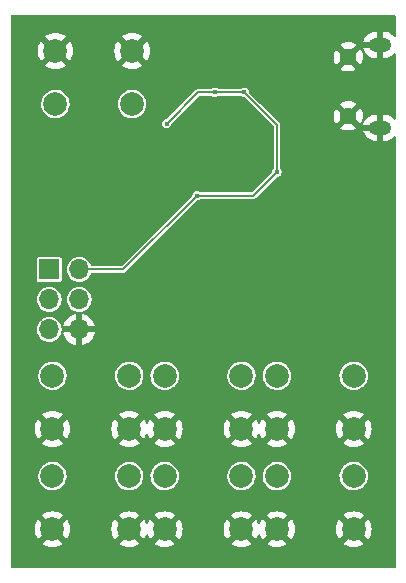
<source format=gbr>
%TF.GenerationSoftware,KiCad,Pcbnew,(6.0.11)*%
%TF.CreationDate,2023-02-27T16:04:50+00:00*%
%TF.ProjectId,HackSoc Workshop,4861636b-536f-4632-9057-6f726b73686f,rev?*%
%TF.SameCoordinates,Original*%
%TF.FileFunction,Copper,L2,Bot*%
%TF.FilePolarity,Positive*%
%FSLAX46Y46*%
G04 Gerber Fmt 4.6, Leading zero omitted, Abs format (unit mm)*
G04 Created by KiCad (PCBNEW (6.0.11)) date 2023-02-27 16:04:50*
%MOMM*%
%LPD*%
G01*
G04 APERTURE LIST*
%TA.AperFunction,ComponentPad*%
%ADD10R,1.700000X1.700000*%
%TD*%
%TA.AperFunction,ComponentPad*%
%ADD11O,1.700000X1.700000*%
%TD*%
%TA.AperFunction,ComponentPad*%
%ADD12C,2.000000*%
%TD*%
%TA.AperFunction,ComponentPad*%
%ADD13O,1.900000X1.200000*%
%TD*%
%TA.AperFunction,ComponentPad*%
%ADD14C,1.450000*%
%TD*%
%TA.AperFunction,ViaPad*%
%ADD15C,0.400000*%
%TD*%
%TA.AperFunction,Conductor*%
%ADD16C,0.150000*%
%TD*%
G04 APERTURE END LIST*
D10*
%TO.P,J2,1,Pin_1*%
%TO.N,Net-(J2-Pad1)*%
X76975000Y-83750000D03*
D11*
%TO.P,J2,2,Pin_2*%
%TO.N,VCC*%
X79515000Y-83750000D03*
%TO.P,J2,3,Pin_3*%
%TO.N,Net-(J2-Pad3)*%
X76975000Y-86290000D03*
%TO.P,J2,4,Pin_4*%
%TO.N,Net-(J2-Pad4)*%
X79515000Y-86290000D03*
%TO.P,J2,5,Pin_5*%
%TO.N,Net-(J2-Pad5)*%
X76975000Y-88830000D03*
%TO.P,J2,6,Pin_6*%
%TO.N,GND*%
X79515000Y-88830000D03*
%TD*%
D12*
%TO.P,SW7,1,1*%
%TO.N,Net-(SW7-Pad1)*%
X96250000Y-101250000D03*
X102750000Y-101250000D03*
%TO.P,SW7,2,2*%
%TO.N,GND*%
X96250000Y-105750000D03*
X102750000Y-105750000D03*
%TD*%
%TO.P,SW6,1,1*%
%TO.N,Net-(SW6-Pad1)*%
X86750000Y-101250000D03*
X93250000Y-101250000D03*
%TO.P,SW6,2,2*%
%TO.N,GND*%
X86750000Y-105750000D03*
X93250000Y-105750000D03*
%TD*%
%TO.P,SW5,1,1*%
%TO.N,Net-(SW5-Pad1)*%
X77250000Y-101250000D03*
X83750000Y-101250000D03*
%TO.P,SW5,2,2*%
%TO.N,GND*%
X77250000Y-105750000D03*
X83750000Y-105750000D03*
%TD*%
%TO.P,SW4,1,1*%
%TO.N,Net-(SW4-Pad1)*%
X96250000Y-92750000D03*
X102750000Y-92750000D03*
%TO.P,SW4,2,2*%
%TO.N,GND*%
X96250000Y-97250000D03*
X102750000Y-97250000D03*
%TD*%
%TO.P,SW3,1,1*%
%TO.N,Net-(SW3-Pad1)*%
X86750000Y-92750000D03*
X93250000Y-92750000D03*
%TO.P,SW3,2,2*%
%TO.N,GND*%
X86750000Y-97250000D03*
X93250000Y-97250000D03*
%TD*%
%TO.P,SW2,1,1*%
%TO.N,Net-(SW2-Pad1)*%
X77250000Y-92750000D03*
X83750000Y-92750000D03*
%TO.P,SW2,2,2*%
%TO.N,GND*%
X77250000Y-97250000D03*
X83750000Y-97250000D03*
%TD*%
%TO.P,SW1,1,1*%
%TO.N,GND*%
X77500000Y-65250000D03*
X84000000Y-65250000D03*
%TO.P,SW1,2,2*%
%TO.N,Net-(J2-Pad5)*%
X77500000Y-69750000D03*
X84000000Y-69750000D03*
%TD*%
D13*
%TO.P,J1,6,Shield*%
%TO.N,GND*%
X104987500Y-71750000D03*
D14*
X102287500Y-65750000D03*
X102287500Y-70750000D03*
D13*
X104987500Y-64750000D03*
%TD*%
D15*
%TO.N,GND*%
X87750000Y-63500000D03*
X89000000Y-77000000D03*
%TO.N,VCC*%
X91000000Y-68750000D03*
X89500000Y-77500000D03*
X86907500Y-71407500D03*
X93500000Y-68750000D03*
X96250000Y-75500000D03*
%TD*%
D16*
%TO.N,VCC*%
X79515000Y-83750000D02*
X83250000Y-83750000D01*
X83250000Y-83750000D02*
X89500000Y-77500000D01*
X86907500Y-71407500D02*
X89565000Y-68750000D01*
X89565000Y-68750000D02*
X91000000Y-68750000D01*
X89500000Y-77500000D02*
X94250000Y-77500000D01*
X91000000Y-68750000D02*
X93500000Y-68750000D01*
X96250000Y-75500000D02*
X96250000Y-71500000D01*
X96250000Y-71500000D02*
X93500000Y-68750000D01*
X94250000Y-77500000D02*
X96250000Y-75500000D01*
%TD*%
%TA.AperFunction,Conductor*%
%TO.N,GND*%
G36*
X106281487Y-62218513D02*
G01*
X106299500Y-62262000D01*
X106299500Y-63998093D01*
X106281487Y-64041580D01*
X106238000Y-64059593D01*
X106194513Y-64041580D01*
X106187838Y-64033675D01*
X106181754Y-64025097D01*
X106177952Y-64020693D01*
X106029452Y-63878536D01*
X106024883Y-63874927D01*
X105852176Y-63763411D01*
X105847011Y-63760734D01*
X105656336Y-63683890D01*
X105650745Y-63682234D01*
X105448284Y-63642696D01*
X105443908Y-63642164D01*
X105441296Y-63642036D01*
X105439799Y-63642000D01*
X105253734Y-63642000D01*
X105245083Y-63645583D01*
X105241500Y-63654234D01*
X105241500Y-65845766D01*
X105245083Y-65854417D01*
X105253734Y-65858000D01*
X105388872Y-65858000D01*
X105391772Y-65857862D01*
X105545060Y-65843237D01*
X105550777Y-65842136D01*
X105748036Y-65784267D01*
X105753450Y-65782102D01*
X105936212Y-65687973D01*
X105941109Y-65684829D01*
X106102772Y-65557841D01*
X106106992Y-65553822D01*
X106191550Y-65456378D01*
X106233657Y-65435339D01*
X106278307Y-65450235D01*
X106299500Y-65496685D01*
X106299500Y-70998093D01*
X106281487Y-71041580D01*
X106238000Y-71059593D01*
X106194513Y-71041580D01*
X106187838Y-71033675D01*
X106181754Y-71025097D01*
X106177952Y-71020693D01*
X106029452Y-70878536D01*
X106024883Y-70874927D01*
X105852176Y-70763411D01*
X105847011Y-70760734D01*
X105656336Y-70683890D01*
X105650745Y-70682234D01*
X105448284Y-70642696D01*
X105443908Y-70642164D01*
X105441296Y-70642036D01*
X105439799Y-70642000D01*
X105253734Y-70642000D01*
X105245083Y-70645583D01*
X105241500Y-70654234D01*
X105241500Y-72845766D01*
X105245083Y-72854417D01*
X105253734Y-72858000D01*
X105388872Y-72858000D01*
X105391772Y-72857862D01*
X105545060Y-72843237D01*
X105550777Y-72842136D01*
X105748036Y-72784267D01*
X105753450Y-72782102D01*
X105936212Y-72687973D01*
X105941109Y-72684829D01*
X106102772Y-72557841D01*
X106106992Y-72553822D01*
X106191550Y-72456378D01*
X106233657Y-72435339D01*
X106278307Y-72450235D01*
X106299500Y-72496685D01*
X106299500Y-108988000D01*
X106281487Y-109031487D01*
X106238000Y-109049500D01*
X73762000Y-109049500D01*
X73718513Y-109031487D01*
X73700500Y-108988000D01*
X73700500Y-106983102D01*
X76381176Y-106983102D01*
X76382899Y-106987264D01*
X76561210Y-107096534D01*
X76565489Y-107098714D01*
X76780334Y-107187706D01*
X76784905Y-107189191D01*
X77011013Y-107243475D01*
X77015785Y-107244230D01*
X77247586Y-107262473D01*
X77252414Y-107262473D01*
X77484215Y-107244230D01*
X77488987Y-107243475D01*
X77715095Y-107189191D01*
X77719666Y-107187706D01*
X77934511Y-107098714D01*
X77938790Y-107096534D01*
X78113462Y-106989493D01*
X78118106Y-106983102D01*
X82881176Y-106983102D01*
X82882899Y-106987264D01*
X83061210Y-107096534D01*
X83065489Y-107098714D01*
X83280334Y-107187706D01*
X83284905Y-107189191D01*
X83511013Y-107243475D01*
X83515785Y-107244230D01*
X83747586Y-107262473D01*
X83752414Y-107262473D01*
X83984215Y-107244230D01*
X83988987Y-107243475D01*
X84215095Y-107189191D01*
X84219666Y-107187706D01*
X84434511Y-107098714D01*
X84438790Y-107096534D01*
X84613462Y-106989493D01*
X84618106Y-106983102D01*
X85881176Y-106983102D01*
X85882899Y-106987264D01*
X86061210Y-107096534D01*
X86065489Y-107098714D01*
X86280334Y-107187706D01*
X86284905Y-107189191D01*
X86511013Y-107243475D01*
X86515785Y-107244230D01*
X86747586Y-107262473D01*
X86752414Y-107262473D01*
X86984215Y-107244230D01*
X86988987Y-107243475D01*
X87215095Y-107189191D01*
X87219666Y-107187706D01*
X87434511Y-107098714D01*
X87438790Y-107096534D01*
X87613462Y-106989493D01*
X87618106Y-106983102D01*
X92381176Y-106983102D01*
X92382899Y-106987264D01*
X92561210Y-107096534D01*
X92565489Y-107098714D01*
X92780334Y-107187706D01*
X92784905Y-107189191D01*
X93011013Y-107243475D01*
X93015785Y-107244230D01*
X93247586Y-107262473D01*
X93252414Y-107262473D01*
X93484215Y-107244230D01*
X93488987Y-107243475D01*
X93715095Y-107189191D01*
X93719666Y-107187706D01*
X93934511Y-107098714D01*
X93938790Y-107096534D01*
X94113462Y-106989493D01*
X94118106Y-106983102D01*
X95381176Y-106983102D01*
X95382899Y-106987264D01*
X95561210Y-107096534D01*
X95565489Y-107098714D01*
X95780334Y-107187706D01*
X95784905Y-107189191D01*
X96011013Y-107243475D01*
X96015785Y-107244230D01*
X96247586Y-107262473D01*
X96252414Y-107262473D01*
X96484215Y-107244230D01*
X96488987Y-107243475D01*
X96715095Y-107189191D01*
X96719666Y-107187706D01*
X96934511Y-107098714D01*
X96938790Y-107096534D01*
X97113462Y-106989493D01*
X97118106Y-106983102D01*
X101881176Y-106983102D01*
X101882899Y-106987264D01*
X102061210Y-107096534D01*
X102065489Y-107098714D01*
X102280334Y-107187706D01*
X102284905Y-107189191D01*
X102511013Y-107243475D01*
X102515785Y-107244230D01*
X102747586Y-107262473D01*
X102752414Y-107262473D01*
X102984215Y-107244230D01*
X102988987Y-107243475D01*
X103215095Y-107189191D01*
X103219666Y-107187706D01*
X103434511Y-107098714D01*
X103438790Y-107096534D01*
X103613462Y-106989493D01*
X103618965Y-106981920D01*
X103618260Y-106977470D01*
X102758651Y-106117861D01*
X102750000Y-106114278D01*
X102741349Y-106117861D01*
X101884759Y-106974451D01*
X101881176Y-106983102D01*
X97118106Y-106983102D01*
X97118965Y-106981920D01*
X97118260Y-106977470D01*
X96258651Y-106117861D01*
X96250000Y-106114278D01*
X96241349Y-106117861D01*
X95384759Y-106974451D01*
X95381176Y-106983102D01*
X94118106Y-106983102D01*
X94118965Y-106981920D01*
X94118260Y-106977470D01*
X93258651Y-106117861D01*
X93250000Y-106114278D01*
X93241349Y-106117861D01*
X92384759Y-106974451D01*
X92381176Y-106983102D01*
X87618106Y-106983102D01*
X87618965Y-106981920D01*
X87618260Y-106977470D01*
X86758651Y-106117861D01*
X86750000Y-106114278D01*
X86741349Y-106117861D01*
X85884759Y-106974451D01*
X85881176Y-106983102D01*
X84618106Y-106983102D01*
X84618965Y-106981920D01*
X84618260Y-106977470D01*
X83758651Y-106117861D01*
X83750000Y-106114278D01*
X83741349Y-106117861D01*
X82884759Y-106974451D01*
X82881176Y-106983102D01*
X78118106Y-106983102D01*
X78118965Y-106981920D01*
X78118260Y-106977470D01*
X77258651Y-106117861D01*
X77250000Y-106114278D01*
X77241349Y-106117861D01*
X76384759Y-106974451D01*
X76381176Y-106983102D01*
X73700500Y-106983102D01*
X73700500Y-105752414D01*
X75737527Y-105752414D01*
X75755770Y-105984215D01*
X75756525Y-105988987D01*
X75810809Y-106215095D01*
X75812294Y-106219666D01*
X75901286Y-106434511D01*
X75903466Y-106438790D01*
X76010507Y-106613462D01*
X76018080Y-106618965D01*
X76022530Y-106618260D01*
X76882139Y-105758651D01*
X76885722Y-105750000D01*
X77614278Y-105750000D01*
X77617861Y-105758651D01*
X78474451Y-106615241D01*
X78483102Y-106618824D01*
X78487264Y-106617101D01*
X78596534Y-106438790D01*
X78598714Y-106434511D01*
X78687706Y-106219666D01*
X78689191Y-106215095D01*
X78743475Y-105988987D01*
X78744230Y-105984215D01*
X78762473Y-105752414D01*
X82237527Y-105752414D01*
X82255770Y-105984215D01*
X82256525Y-105988987D01*
X82310809Y-106215095D01*
X82312294Y-106219666D01*
X82401286Y-106434511D01*
X82403466Y-106438790D01*
X82510507Y-106613462D01*
X82518080Y-106618965D01*
X82522530Y-106618260D01*
X83382139Y-105758651D01*
X83385722Y-105750000D01*
X84114278Y-105750000D01*
X84117861Y-105758651D01*
X84974451Y-106615241D01*
X84983102Y-106618824D01*
X84987264Y-106617101D01*
X85096534Y-106438790D01*
X85098714Y-106434511D01*
X85187706Y-106219666D01*
X85189192Y-106215092D01*
X85190199Y-106210896D01*
X85217866Y-106172815D01*
X85264356Y-106165451D01*
X85302437Y-106193118D01*
X85309801Y-106210896D01*
X85310808Y-106215092D01*
X85312294Y-106219666D01*
X85401286Y-106434511D01*
X85403466Y-106438790D01*
X85510507Y-106613462D01*
X85518080Y-106618965D01*
X85522530Y-106618260D01*
X86382139Y-105758651D01*
X86385722Y-105750000D01*
X87114278Y-105750000D01*
X87117861Y-105758651D01*
X87974451Y-106615241D01*
X87983102Y-106618824D01*
X87987264Y-106617101D01*
X88096534Y-106438790D01*
X88098714Y-106434511D01*
X88187706Y-106219666D01*
X88189191Y-106215095D01*
X88243475Y-105988987D01*
X88244230Y-105984215D01*
X88262473Y-105752414D01*
X91737527Y-105752414D01*
X91755770Y-105984215D01*
X91756525Y-105988987D01*
X91810809Y-106215095D01*
X91812294Y-106219666D01*
X91901286Y-106434511D01*
X91903466Y-106438790D01*
X92010507Y-106613462D01*
X92018080Y-106618965D01*
X92022530Y-106618260D01*
X92882139Y-105758651D01*
X92885722Y-105750000D01*
X93614278Y-105750000D01*
X93617861Y-105758651D01*
X94474451Y-106615241D01*
X94483102Y-106618824D01*
X94487264Y-106617101D01*
X94596534Y-106438790D01*
X94598714Y-106434511D01*
X94687706Y-106219666D01*
X94689192Y-106215092D01*
X94690199Y-106210896D01*
X94717866Y-106172815D01*
X94764356Y-106165451D01*
X94802437Y-106193118D01*
X94809801Y-106210896D01*
X94810808Y-106215092D01*
X94812294Y-106219666D01*
X94901286Y-106434511D01*
X94903466Y-106438790D01*
X95010507Y-106613462D01*
X95018080Y-106618965D01*
X95022530Y-106618260D01*
X95882139Y-105758651D01*
X95885722Y-105750000D01*
X96614278Y-105750000D01*
X96617861Y-105758651D01*
X97474451Y-106615241D01*
X97483102Y-106618824D01*
X97487264Y-106617101D01*
X97596534Y-106438790D01*
X97598714Y-106434511D01*
X97687706Y-106219666D01*
X97689191Y-106215095D01*
X97743475Y-105988987D01*
X97744230Y-105984215D01*
X97762473Y-105752414D01*
X101237527Y-105752414D01*
X101255770Y-105984215D01*
X101256525Y-105988987D01*
X101310809Y-106215095D01*
X101312294Y-106219666D01*
X101401286Y-106434511D01*
X101403466Y-106438790D01*
X101510507Y-106613462D01*
X101518080Y-106618965D01*
X101522530Y-106618260D01*
X102382139Y-105758651D01*
X102385722Y-105750000D01*
X103114278Y-105750000D01*
X103117861Y-105758651D01*
X103974451Y-106615241D01*
X103983102Y-106618824D01*
X103987264Y-106617101D01*
X104096534Y-106438790D01*
X104098714Y-106434511D01*
X104187706Y-106219666D01*
X104189191Y-106215095D01*
X104243475Y-105988987D01*
X104244230Y-105984215D01*
X104262473Y-105752414D01*
X104262473Y-105747586D01*
X104244230Y-105515785D01*
X104243475Y-105511013D01*
X104189191Y-105284905D01*
X104187706Y-105280334D01*
X104098714Y-105065489D01*
X104096534Y-105061210D01*
X103989493Y-104886538D01*
X103981920Y-104881035D01*
X103977470Y-104881740D01*
X103117861Y-105741349D01*
X103114278Y-105750000D01*
X102385722Y-105750000D01*
X102382139Y-105741349D01*
X101525549Y-104884759D01*
X101516898Y-104881176D01*
X101512736Y-104882899D01*
X101403466Y-105061210D01*
X101401286Y-105065489D01*
X101312294Y-105280334D01*
X101310809Y-105284905D01*
X101256525Y-105511013D01*
X101255770Y-105515785D01*
X101237527Y-105747586D01*
X101237527Y-105752414D01*
X97762473Y-105752414D01*
X97762473Y-105747586D01*
X97744230Y-105515785D01*
X97743475Y-105511013D01*
X97689191Y-105284905D01*
X97687706Y-105280334D01*
X97598714Y-105065489D01*
X97596534Y-105061210D01*
X97489493Y-104886538D01*
X97481920Y-104881035D01*
X97477470Y-104881740D01*
X96617861Y-105741349D01*
X96614278Y-105750000D01*
X95885722Y-105750000D01*
X95882139Y-105741349D01*
X95025549Y-104884759D01*
X95016898Y-104881176D01*
X95012736Y-104882899D01*
X94903466Y-105061210D01*
X94901286Y-105065489D01*
X94812294Y-105280334D01*
X94810808Y-105284908D01*
X94809801Y-105289104D01*
X94782134Y-105327185D01*
X94735644Y-105334549D01*
X94697563Y-105306882D01*
X94690199Y-105289104D01*
X94689192Y-105284908D01*
X94687706Y-105280334D01*
X94598714Y-105065489D01*
X94596534Y-105061210D01*
X94489493Y-104886538D01*
X94481920Y-104881035D01*
X94477470Y-104881740D01*
X93617861Y-105741349D01*
X93614278Y-105750000D01*
X92885722Y-105750000D01*
X92882139Y-105741349D01*
X92025549Y-104884759D01*
X92016898Y-104881176D01*
X92012736Y-104882899D01*
X91903466Y-105061210D01*
X91901286Y-105065489D01*
X91812294Y-105280334D01*
X91810809Y-105284905D01*
X91756525Y-105511013D01*
X91755770Y-105515785D01*
X91737527Y-105747586D01*
X91737527Y-105752414D01*
X88262473Y-105752414D01*
X88262473Y-105747586D01*
X88244230Y-105515785D01*
X88243475Y-105511013D01*
X88189191Y-105284905D01*
X88187706Y-105280334D01*
X88098714Y-105065489D01*
X88096534Y-105061210D01*
X87989493Y-104886538D01*
X87981920Y-104881035D01*
X87977470Y-104881740D01*
X87117861Y-105741349D01*
X87114278Y-105750000D01*
X86385722Y-105750000D01*
X86382139Y-105741349D01*
X85525549Y-104884759D01*
X85516898Y-104881176D01*
X85512736Y-104882899D01*
X85403466Y-105061210D01*
X85401286Y-105065489D01*
X85312294Y-105280334D01*
X85310808Y-105284908D01*
X85309801Y-105289104D01*
X85282134Y-105327185D01*
X85235644Y-105334549D01*
X85197563Y-105306882D01*
X85190199Y-105289104D01*
X85189192Y-105284908D01*
X85187706Y-105280334D01*
X85098714Y-105065489D01*
X85096534Y-105061210D01*
X84989493Y-104886538D01*
X84981920Y-104881035D01*
X84977470Y-104881740D01*
X84117861Y-105741349D01*
X84114278Y-105750000D01*
X83385722Y-105750000D01*
X83382139Y-105741349D01*
X82525549Y-104884759D01*
X82516898Y-104881176D01*
X82512736Y-104882899D01*
X82403466Y-105061210D01*
X82401286Y-105065489D01*
X82312294Y-105280334D01*
X82310809Y-105284905D01*
X82256525Y-105511013D01*
X82255770Y-105515785D01*
X82237527Y-105747586D01*
X82237527Y-105752414D01*
X78762473Y-105752414D01*
X78762473Y-105747586D01*
X78744230Y-105515785D01*
X78743475Y-105511013D01*
X78689191Y-105284905D01*
X78687706Y-105280334D01*
X78598714Y-105065489D01*
X78596534Y-105061210D01*
X78489493Y-104886538D01*
X78481920Y-104881035D01*
X78477470Y-104881740D01*
X77617861Y-105741349D01*
X77614278Y-105750000D01*
X76885722Y-105750000D01*
X76882139Y-105741349D01*
X76025549Y-104884759D01*
X76016898Y-104881176D01*
X76012736Y-104882899D01*
X75903466Y-105061210D01*
X75901286Y-105065489D01*
X75812294Y-105280334D01*
X75810809Y-105284905D01*
X75756525Y-105511013D01*
X75755770Y-105515785D01*
X75737527Y-105747586D01*
X75737527Y-105752414D01*
X73700500Y-105752414D01*
X73700500Y-104518080D01*
X76381035Y-104518080D01*
X76381740Y-104522530D01*
X77241349Y-105382139D01*
X77250000Y-105385722D01*
X77258651Y-105382139D01*
X78115241Y-104525549D01*
X78118334Y-104518080D01*
X82881035Y-104518080D01*
X82881740Y-104522530D01*
X83741349Y-105382139D01*
X83750000Y-105385722D01*
X83758651Y-105382139D01*
X84615241Y-104525549D01*
X84618334Y-104518080D01*
X85881035Y-104518080D01*
X85881740Y-104522530D01*
X86741349Y-105382139D01*
X86750000Y-105385722D01*
X86758651Y-105382139D01*
X87615241Y-104525549D01*
X87618334Y-104518080D01*
X92381035Y-104518080D01*
X92381740Y-104522530D01*
X93241349Y-105382139D01*
X93250000Y-105385722D01*
X93258651Y-105382139D01*
X94115241Y-104525549D01*
X94118334Y-104518080D01*
X95381035Y-104518080D01*
X95381740Y-104522530D01*
X96241349Y-105382139D01*
X96250000Y-105385722D01*
X96258651Y-105382139D01*
X97115241Y-104525549D01*
X97118334Y-104518080D01*
X101881035Y-104518080D01*
X101881740Y-104522530D01*
X102741349Y-105382139D01*
X102750000Y-105385722D01*
X102758651Y-105382139D01*
X103615241Y-104525549D01*
X103618824Y-104516898D01*
X103617101Y-104512736D01*
X103438790Y-104403466D01*
X103434511Y-104401286D01*
X103219666Y-104312294D01*
X103215095Y-104310809D01*
X102988987Y-104256525D01*
X102984215Y-104255770D01*
X102752414Y-104237527D01*
X102747586Y-104237527D01*
X102515785Y-104255770D01*
X102511013Y-104256525D01*
X102284905Y-104310809D01*
X102280334Y-104312294D01*
X102065489Y-104401286D01*
X102061210Y-104403466D01*
X101886538Y-104510507D01*
X101881035Y-104518080D01*
X97118334Y-104518080D01*
X97118824Y-104516898D01*
X97117101Y-104512736D01*
X96938790Y-104403466D01*
X96934511Y-104401286D01*
X96719666Y-104312294D01*
X96715095Y-104310809D01*
X96488987Y-104256525D01*
X96484215Y-104255770D01*
X96252414Y-104237527D01*
X96247586Y-104237527D01*
X96015785Y-104255770D01*
X96011013Y-104256525D01*
X95784905Y-104310809D01*
X95780334Y-104312294D01*
X95565489Y-104401286D01*
X95561210Y-104403466D01*
X95386538Y-104510507D01*
X95381035Y-104518080D01*
X94118334Y-104518080D01*
X94118824Y-104516898D01*
X94117101Y-104512736D01*
X93938790Y-104403466D01*
X93934511Y-104401286D01*
X93719666Y-104312294D01*
X93715095Y-104310809D01*
X93488987Y-104256525D01*
X93484215Y-104255770D01*
X93252414Y-104237527D01*
X93247586Y-104237527D01*
X93015785Y-104255770D01*
X93011013Y-104256525D01*
X92784905Y-104310809D01*
X92780334Y-104312294D01*
X92565489Y-104401286D01*
X92561210Y-104403466D01*
X92386538Y-104510507D01*
X92381035Y-104518080D01*
X87618334Y-104518080D01*
X87618824Y-104516898D01*
X87617101Y-104512736D01*
X87438790Y-104403466D01*
X87434511Y-104401286D01*
X87219666Y-104312294D01*
X87215095Y-104310809D01*
X86988987Y-104256525D01*
X86984215Y-104255770D01*
X86752414Y-104237527D01*
X86747586Y-104237527D01*
X86515785Y-104255770D01*
X86511013Y-104256525D01*
X86284905Y-104310809D01*
X86280334Y-104312294D01*
X86065489Y-104401286D01*
X86061210Y-104403466D01*
X85886538Y-104510507D01*
X85881035Y-104518080D01*
X84618334Y-104518080D01*
X84618824Y-104516898D01*
X84617101Y-104512736D01*
X84438790Y-104403466D01*
X84434511Y-104401286D01*
X84219666Y-104312294D01*
X84215095Y-104310809D01*
X83988987Y-104256525D01*
X83984215Y-104255770D01*
X83752414Y-104237527D01*
X83747586Y-104237527D01*
X83515785Y-104255770D01*
X83511013Y-104256525D01*
X83284905Y-104310809D01*
X83280334Y-104312294D01*
X83065489Y-104401286D01*
X83061210Y-104403466D01*
X82886538Y-104510507D01*
X82881035Y-104518080D01*
X78118334Y-104518080D01*
X78118824Y-104516898D01*
X78117101Y-104512736D01*
X77938790Y-104403466D01*
X77934511Y-104401286D01*
X77719666Y-104312294D01*
X77715095Y-104310809D01*
X77488987Y-104256525D01*
X77484215Y-104255770D01*
X77252414Y-104237527D01*
X77247586Y-104237527D01*
X77015785Y-104255770D01*
X77011013Y-104256525D01*
X76784905Y-104310809D01*
X76780334Y-104312294D01*
X76565489Y-104401286D01*
X76561210Y-104403466D01*
X76386538Y-104510507D01*
X76381035Y-104518080D01*
X73700500Y-104518080D01*
X73700500Y-101218440D01*
X76044770Y-101218440D01*
X76059200Y-101438604D01*
X76059891Y-101441327D01*
X76059892Y-101441330D01*
X76083460Y-101534126D01*
X76113511Y-101652452D01*
X76205883Y-101852821D01*
X76333222Y-102033002D01*
X76491264Y-102186961D01*
X76674717Y-102309540D01*
X76677306Y-102310652D01*
X76677309Y-102310654D01*
X76768967Y-102350033D01*
X76877436Y-102396635D01*
X76880179Y-102397256D01*
X76880183Y-102397257D01*
X77089886Y-102444708D01*
X77089890Y-102444708D01*
X77092632Y-102445329D01*
X77095441Y-102445439D01*
X77095446Y-102445440D01*
X77213414Y-102450074D01*
X77313098Y-102453991D01*
X77315883Y-102453587D01*
X77315887Y-102453587D01*
X77528662Y-102422736D01*
X77528667Y-102422735D01*
X77531452Y-102422331D01*
X77740379Y-102351410D01*
X77813154Y-102310654D01*
X77930431Y-102244976D01*
X77930433Y-102244975D01*
X77932884Y-102243602D01*
X78003361Y-102184987D01*
X78100355Y-102104317D01*
X78102518Y-102102518D01*
X78243602Y-101932884D01*
X78287152Y-101855121D01*
X78350033Y-101742838D01*
X78350033Y-101742837D01*
X78351410Y-101740379D01*
X78422331Y-101531452D01*
X78453991Y-101313098D01*
X78455643Y-101250000D01*
X78452743Y-101218440D01*
X82544770Y-101218440D01*
X82559200Y-101438604D01*
X82559891Y-101441327D01*
X82559892Y-101441330D01*
X82583460Y-101534126D01*
X82613511Y-101652452D01*
X82705883Y-101852821D01*
X82833222Y-102033002D01*
X82991264Y-102186961D01*
X83174717Y-102309540D01*
X83177306Y-102310652D01*
X83177309Y-102310654D01*
X83268967Y-102350033D01*
X83377436Y-102396635D01*
X83380179Y-102397256D01*
X83380183Y-102397257D01*
X83589886Y-102444708D01*
X83589890Y-102444708D01*
X83592632Y-102445329D01*
X83595441Y-102445439D01*
X83595446Y-102445440D01*
X83713414Y-102450074D01*
X83813098Y-102453991D01*
X83815883Y-102453587D01*
X83815887Y-102453587D01*
X84028662Y-102422736D01*
X84028667Y-102422735D01*
X84031452Y-102422331D01*
X84240379Y-102351410D01*
X84313154Y-102310654D01*
X84430431Y-102244976D01*
X84430433Y-102244975D01*
X84432884Y-102243602D01*
X84503361Y-102184987D01*
X84600355Y-102104317D01*
X84602518Y-102102518D01*
X84743602Y-101932884D01*
X84787152Y-101855121D01*
X84850033Y-101742838D01*
X84850033Y-101742837D01*
X84851410Y-101740379D01*
X84922331Y-101531452D01*
X84953991Y-101313098D01*
X84955643Y-101250000D01*
X84952743Y-101218440D01*
X85544770Y-101218440D01*
X85559200Y-101438604D01*
X85559891Y-101441327D01*
X85559892Y-101441330D01*
X85583460Y-101534126D01*
X85613511Y-101652452D01*
X85705883Y-101852821D01*
X85833222Y-102033002D01*
X85991264Y-102186961D01*
X86174717Y-102309540D01*
X86177306Y-102310652D01*
X86177309Y-102310654D01*
X86268967Y-102350033D01*
X86377436Y-102396635D01*
X86380179Y-102397256D01*
X86380183Y-102397257D01*
X86589886Y-102444708D01*
X86589890Y-102444708D01*
X86592632Y-102445329D01*
X86595441Y-102445439D01*
X86595446Y-102445440D01*
X86713414Y-102450074D01*
X86813098Y-102453991D01*
X86815883Y-102453587D01*
X86815887Y-102453587D01*
X87028662Y-102422736D01*
X87028667Y-102422735D01*
X87031452Y-102422331D01*
X87240379Y-102351410D01*
X87313154Y-102310654D01*
X87430431Y-102244976D01*
X87430433Y-102244975D01*
X87432884Y-102243602D01*
X87503361Y-102184987D01*
X87600355Y-102104317D01*
X87602518Y-102102518D01*
X87743602Y-101932884D01*
X87787152Y-101855121D01*
X87850033Y-101742838D01*
X87850033Y-101742837D01*
X87851410Y-101740379D01*
X87922331Y-101531452D01*
X87953991Y-101313098D01*
X87955643Y-101250000D01*
X87952743Y-101218440D01*
X92044770Y-101218440D01*
X92059200Y-101438604D01*
X92059891Y-101441327D01*
X92059892Y-101441330D01*
X92083460Y-101534126D01*
X92113511Y-101652452D01*
X92205883Y-101852821D01*
X92333222Y-102033002D01*
X92491264Y-102186961D01*
X92674717Y-102309540D01*
X92677306Y-102310652D01*
X92677309Y-102310654D01*
X92768967Y-102350033D01*
X92877436Y-102396635D01*
X92880179Y-102397256D01*
X92880183Y-102397257D01*
X93089886Y-102444708D01*
X93089890Y-102444708D01*
X93092632Y-102445329D01*
X93095441Y-102445439D01*
X93095446Y-102445440D01*
X93213414Y-102450074D01*
X93313098Y-102453991D01*
X93315883Y-102453587D01*
X93315887Y-102453587D01*
X93528662Y-102422736D01*
X93528667Y-102422735D01*
X93531452Y-102422331D01*
X93740379Y-102351410D01*
X93813154Y-102310654D01*
X93930431Y-102244976D01*
X93930433Y-102244975D01*
X93932884Y-102243602D01*
X94003361Y-102184987D01*
X94100355Y-102104317D01*
X94102518Y-102102518D01*
X94243602Y-101932884D01*
X94287152Y-101855121D01*
X94350033Y-101742838D01*
X94350033Y-101742837D01*
X94351410Y-101740379D01*
X94422331Y-101531452D01*
X94453991Y-101313098D01*
X94455643Y-101250000D01*
X94452743Y-101218440D01*
X95044770Y-101218440D01*
X95059200Y-101438604D01*
X95059891Y-101441327D01*
X95059892Y-101441330D01*
X95083460Y-101534126D01*
X95113511Y-101652452D01*
X95205883Y-101852821D01*
X95333222Y-102033002D01*
X95491264Y-102186961D01*
X95674717Y-102309540D01*
X95677306Y-102310652D01*
X95677309Y-102310654D01*
X95768967Y-102350033D01*
X95877436Y-102396635D01*
X95880179Y-102397256D01*
X95880183Y-102397257D01*
X96089886Y-102444708D01*
X96089890Y-102444708D01*
X96092632Y-102445329D01*
X96095441Y-102445439D01*
X96095446Y-102445440D01*
X96213414Y-102450074D01*
X96313098Y-102453991D01*
X96315883Y-102453587D01*
X96315887Y-102453587D01*
X96528662Y-102422736D01*
X96528667Y-102422735D01*
X96531452Y-102422331D01*
X96740379Y-102351410D01*
X96813154Y-102310654D01*
X96930431Y-102244976D01*
X96930433Y-102244975D01*
X96932884Y-102243602D01*
X97003361Y-102184987D01*
X97100355Y-102104317D01*
X97102518Y-102102518D01*
X97243602Y-101932884D01*
X97287152Y-101855121D01*
X97350033Y-101742838D01*
X97350033Y-101742837D01*
X97351410Y-101740379D01*
X97422331Y-101531452D01*
X97453991Y-101313098D01*
X97455643Y-101250000D01*
X97452743Y-101218440D01*
X101544770Y-101218440D01*
X101559200Y-101438604D01*
X101559891Y-101441327D01*
X101559892Y-101441330D01*
X101583460Y-101534126D01*
X101613511Y-101652452D01*
X101705883Y-101852821D01*
X101833222Y-102033002D01*
X101991264Y-102186961D01*
X102174717Y-102309540D01*
X102177306Y-102310652D01*
X102177309Y-102310654D01*
X102268967Y-102350033D01*
X102377436Y-102396635D01*
X102380179Y-102397256D01*
X102380183Y-102397257D01*
X102589886Y-102444708D01*
X102589890Y-102444708D01*
X102592632Y-102445329D01*
X102595441Y-102445439D01*
X102595446Y-102445440D01*
X102713414Y-102450074D01*
X102813098Y-102453991D01*
X102815883Y-102453587D01*
X102815887Y-102453587D01*
X103028662Y-102422736D01*
X103028667Y-102422735D01*
X103031452Y-102422331D01*
X103240379Y-102351410D01*
X103313154Y-102310654D01*
X103430431Y-102244976D01*
X103430433Y-102244975D01*
X103432884Y-102243602D01*
X103503361Y-102184987D01*
X103600355Y-102104317D01*
X103602518Y-102102518D01*
X103743602Y-101932884D01*
X103787152Y-101855121D01*
X103850033Y-101742838D01*
X103850033Y-101742837D01*
X103851410Y-101740379D01*
X103922331Y-101531452D01*
X103953991Y-101313098D01*
X103955643Y-101250000D01*
X103935454Y-101030289D01*
X103927513Y-101002130D01*
X103876330Y-100820648D01*
X103876329Y-100820647D01*
X103875565Y-100817936D01*
X103777980Y-100620053D01*
X103645967Y-100443267D01*
X103643899Y-100441355D01*
X103643896Y-100441352D01*
X103486016Y-100295410D01*
X103483949Y-100293499D01*
X103297350Y-100175764D01*
X103294737Y-100174721D01*
X103294732Y-100174719D01*
X103095040Y-100095051D01*
X103095041Y-100095051D01*
X103092421Y-100094006D01*
X103089657Y-100093456D01*
X103089653Y-100093455D01*
X102878794Y-100051513D01*
X102876024Y-100050962D01*
X102873204Y-100050925D01*
X102873203Y-100050925D01*
X102814193Y-100050153D01*
X102655406Y-100048074D01*
X102652636Y-100048550D01*
X102652635Y-100048550D01*
X102440730Y-100084961D01*
X102440725Y-100084962D01*
X102437957Y-100085438D01*
X102435319Y-100086411D01*
X102435316Y-100086412D01*
X102261425Y-100150564D01*
X102230957Y-100161804D01*
X102228535Y-100163245D01*
X102043764Y-100273172D01*
X102043760Y-100273175D01*
X102041341Y-100274614D01*
X102021521Y-100291996D01*
X101877575Y-100418232D01*
X101877572Y-100418235D01*
X101875457Y-100420090D01*
X101873715Y-100422300D01*
X101873712Y-100422303D01*
X101857186Y-100443267D01*
X101738863Y-100593360D01*
X101737550Y-100595855D01*
X101737549Y-100595857D01*
X101687497Y-100690990D01*
X101636131Y-100788620D01*
X101570703Y-100999333D01*
X101544770Y-101218440D01*
X97452743Y-101218440D01*
X97435454Y-101030289D01*
X97427513Y-101002130D01*
X97376330Y-100820648D01*
X97376329Y-100820647D01*
X97375565Y-100817936D01*
X97277980Y-100620053D01*
X97145967Y-100443267D01*
X97143899Y-100441355D01*
X97143896Y-100441352D01*
X96986016Y-100295410D01*
X96983949Y-100293499D01*
X96797350Y-100175764D01*
X96794737Y-100174721D01*
X96794732Y-100174719D01*
X96595040Y-100095051D01*
X96595041Y-100095051D01*
X96592421Y-100094006D01*
X96589657Y-100093456D01*
X96589653Y-100093455D01*
X96378794Y-100051513D01*
X96376024Y-100050962D01*
X96373204Y-100050925D01*
X96373203Y-100050925D01*
X96314193Y-100050153D01*
X96155406Y-100048074D01*
X96152636Y-100048550D01*
X96152635Y-100048550D01*
X95940730Y-100084961D01*
X95940725Y-100084962D01*
X95937957Y-100085438D01*
X95935319Y-100086411D01*
X95935316Y-100086412D01*
X95761425Y-100150564D01*
X95730957Y-100161804D01*
X95728535Y-100163245D01*
X95543764Y-100273172D01*
X95543760Y-100273175D01*
X95541341Y-100274614D01*
X95521521Y-100291996D01*
X95377575Y-100418232D01*
X95377572Y-100418235D01*
X95375457Y-100420090D01*
X95373715Y-100422300D01*
X95373712Y-100422303D01*
X95357186Y-100443267D01*
X95238863Y-100593360D01*
X95237550Y-100595855D01*
X95237549Y-100595857D01*
X95187497Y-100690990D01*
X95136131Y-100788620D01*
X95070703Y-100999333D01*
X95044770Y-101218440D01*
X94452743Y-101218440D01*
X94435454Y-101030289D01*
X94427513Y-101002130D01*
X94376330Y-100820648D01*
X94376329Y-100820647D01*
X94375565Y-100817936D01*
X94277980Y-100620053D01*
X94145967Y-100443267D01*
X94143899Y-100441355D01*
X94143896Y-100441352D01*
X93986016Y-100295410D01*
X93983949Y-100293499D01*
X93797350Y-100175764D01*
X93794737Y-100174721D01*
X93794732Y-100174719D01*
X93595040Y-100095051D01*
X93595041Y-100095051D01*
X93592421Y-100094006D01*
X93589657Y-100093456D01*
X93589653Y-100093455D01*
X93378794Y-100051513D01*
X93376024Y-100050962D01*
X93373204Y-100050925D01*
X93373203Y-100050925D01*
X93314193Y-100050153D01*
X93155406Y-100048074D01*
X93152636Y-100048550D01*
X93152635Y-100048550D01*
X92940730Y-100084961D01*
X92940725Y-100084962D01*
X92937957Y-100085438D01*
X92935319Y-100086411D01*
X92935316Y-100086412D01*
X92761425Y-100150564D01*
X92730957Y-100161804D01*
X92728535Y-100163245D01*
X92543764Y-100273172D01*
X92543760Y-100273175D01*
X92541341Y-100274614D01*
X92521521Y-100291996D01*
X92377575Y-100418232D01*
X92377572Y-100418235D01*
X92375457Y-100420090D01*
X92373715Y-100422300D01*
X92373712Y-100422303D01*
X92357186Y-100443267D01*
X92238863Y-100593360D01*
X92237550Y-100595855D01*
X92237549Y-100595857D01*
X92187497Y-100690990D01*
X92136131Y-100788620D01*
X92070703Y-100999333D01*
X92044770Y-101218440D01*
X87952743Y-101218440D01*
X87935454Y-101030289D01*
X87927513Y-101002130D01*
X87876330Y-100820648D01*
X87876329Y-100820647D01*
X87875565Y-100817936D01*
X87777980Y-100620053D01*
X87645967Y-100443267D01*
X87643899Y-100441355D01*
X87643896Y-100441352D01*
X87486016Y-100295410D01*
X87483949Y-100293499D01*
X87297350Y-100175764D01*
X87294737Y-100174721D01*
X87294732Y-100174719D01*
X87095040Y-100095051D01*
X87095041Y-100095051D01*
X87092421Y-100094006D01*
X87089657Y-100093456D01*
X87089653Y-100093455D01*
X86878794Y-100051513D01*
X86876024Y-100050962D01*
X86873204Y-100050925D01*
X86873203Y-100050925D01*
X86814193Y-100050153D01*
X86655406Y-100048074D01*
X86652636Y-100048550D01*
X86652635Y-100048550D01*
X86440730Y-100084961D01*
X86440725Y-100084962D01*
X86437957Y-100085438D01*
X86435319Y-100086411D01*
X86435316Y-100086412D01*
X86261425Y-100150564D01*
X86230957Y-100161804D01*
X86228535Y-100163245D01*
X86043764Y-100273172D01*
X86043760Y-100273175D01*
X86041341Y-100274614D01*
X86021521Y-100291996D01*
X85877575Y-100418232D01*
X85877572Y-100418235D01*
X85875457Y-100420090D01*
X85873715Y-100422300D01*
X85873712Y-100422303D01*
X85857186Y-100443267D01*
X85738863Y-100593360D01*
X85737550Y-100595855D01*
X85737549Y-100595857D01*
X85687497Y-100690990D01*
X85636131Y-100788620D01*
X85570703Y-100999333D01*
X85544770Y-101218440D01*
X84952743Y-101218440D01*
X84935454Y-101030289D01*
X84927513Y-101002130D01*
X84876330Y-100820648D01*
X84876329Y-100820647D01*
X84875565Y-100817936D01*
X84777980Y-100620053D01*
X84645967Y-100443267D01*
X84643899Y-100441355D01*
X84643896Y-100441352D01*
X84486016Y-100295410D01*
X84483949Y-100293499D01*
X84297350Y-100175764D01*
X84294737Y-100174721D01*
X84294732Y-100174719D01*
X84095040Y-100095051D01*
X84095041Y-100095051D01*
X84092421Y-100094006D01*
X84089657Y-100093456D01*
X84089653Y-100093455D01*
X83878794Y-100051513D01*
X83876024Y-100050962D01*
X83873204Y-100050925D01*
X83873203Y-100050925D01*
X83814193Y-100050153D01*
X83655406Y-100048074D01*
X83652636Y-100048550D01*
X83652635Y-100048550D01*
X83440730Y-100084961D01*
X83440725Y-100084962D01*
X83437957Y-100085438D01*
X83435319Y-100086411D01*
X83435316Y-100086412D01*
X83261425Y-100150564D01*
X83230957Y-100161804D01*
X83228535Y-100163245D01*
X83043764Y-100273172D01*
X83043760Y-100273175D01*
X83041341Y-100274614D01*
X83021521Y-100291996D01*
X82877575Y-100418232D01*
X82877572Y-100418235D01*
X82875457Y-100420090D01*
X82873715Y-100422300D01*
X82873712Y-100422303D01*
X82857186Y-100443267D01*
X82738863Y-100593360D01*
X82737550Y-100595855D01*
X82737549Y-100595857D01*
X82687497Y-100690990D01*
X82636131Y-100788620D01*
X82570703Y-100999333D01*
X82544770Y-101218440D01*
X78452743Y-101218440D01*
X78435454Y-101030289D01*
X78427513Y-101002130D01*
X78376330Y-100820648D01*
X78376329Y-100820647D01*
X78375565Y-100817936D01*
X78277980Y-100620053D01*
X78145967Y-100443267D01*
X78143899Y-100441355D01*
X78143896Y-100441352D01*
X77986016Y-100295410D01*
X77983949Y-100293499D01*
X77797350Y-100175764D01*
X77794737Y-100174721D01*
X77794732Y-100174719D01*
X77595040Y-100095051D01*
X77595041Y-100095051D01*
X77592421Y-100094006D01*
X77589657Y-100093456D01*
X77589653Y-100093455D01*
X77378794Y-100051513D01*
X77376024Y-100050962D01*
X77373204Y-100050925D01*
X77373203Y-100050925D01*
X77314193Y-100050153D01*
X77155406Y-100048074D01*
X77152636Y-100048550D01*
X77152635Y-100048550D01*
X76940730Y-100084961D01*
X76940725Y-100084962D01*
X76937957Y-100085438D01*
X76935319Y-100086411D01*
X76935316Y-100086412D01*
X76761425Y-100150564D01*
X76730957Y-100161804D01*
X76728535Y-100163245D01*
X76543764Y-100273172D01*
X76543760Y-100273175D01*
X76541341Y-100274614D01*
X76521521Y-100291996D01*
X76377575Y-100418232D01*
X76377572Y-100418235D01*
X76375457Y-100420090D01*
X76373715Y-100422300D01*
X76373712Y-100422303D01*
X76357186Y-100443267D01*
X76238863Y-100593360D01*
X76237550Y-100595855D01*
X76237549Y-100595857D01*
X76187497Y-100690990D01*
X76136131Y-100788620D01*
X76070703Y-100999333D01*
X76044770Y-101218440D01*
X73700500Y-101218440D01*
X73700500Y-98483102D01*
X76381176Y-98483102D01*
X76382899Y-98487264D01*
X76561210Y-98596534D01*
X76565489Y-98598714D01*
X76780334Y-98687706D01*
X76784905Y-98689191D01*
X77011013Y-98743475D01*
X77015785Y-98744230D01*
X77247586Y-98762473D01*
X77252414Y-98762473D01*
X77484215Y-98744230D01*
X77488987Y-98743475D01*
X77715095Y-98689191D01*
X77719666Y-98687706D01*
X77934511Y-98598714D01*
X77938790Y-98596534D01*
X78113462Y-98489493D01*
X78118106Y-98483102D01*
X82881176Y-98483102D01*
X82882899Y-98487264D01*
X83061210Y-98596534D01*
X83065489Y-98598714D01*
X83280334Y-98687706D01*
X83284905Y-98689191D01*
X83511013Y-98743475D01*
X83515785Y-98744230D01*
X83747586Y-98762473D01*
X83752414Y-98762473D01*
X83984215Y-98744230D01*
X83988987Y-98743475D01*
X84215095Y-98689191D01*
X84219666Y-98687706D01*
X84434511Y-98598714D01*
X84438790Y-98596534D01*
X84613462Y-98489493D01*
X84618106Y-98483102D01*
X85881176Y-98483102D01*
X85882899Y-98487264D01*
X86061210Y-98596534D01*
X86065489Y-98598714D01*
X86280334Y-98687706D01*
X86284905Y-98689191D01*
X86511013Y-98743475D01*
X86515785Y-98744230D01*
X86747586Y-98762473D01*
X86752414Y-98762473D01*
X86984215Y-98744230D01*
X86988987Y-98743475D01*
X87215095Y-98689191D01*
X87219666Y-98687706D01*
X87434511Y-98598714D01*
X87438790Y-98596534D01*
X87613462Y-98489493D01*
X87618106Y-98483102D01*
X92381176Y-98483102D01*
X92382899Y-98487264D01*
X92561210Y-98596534D01*
X92565489Y-98598714D01*
X92780334Y-98687706D01*
X92784905Y-98689191D01*
X93011013Y-98743475D01*
X93015785Y-98744230D01*
X93247586Y-98762473D01*
X93252414Y-98762473D01*
X93484215Y-98744230D01*
X93488987Y-98743475D01*
X93715095Y-98689191D01*
X93719666Y-98687706D01*
X93934511Y-98598714D01*
X93938790Y-98596534D01*
X94113462Y-98489493D01*
X94118106Y-98483102D01*
X95381176Y-98483102D01*
X95382899Y-98487264D01*
X95561210Y-98596534D01*
X95565489Y-98598714D01*
X95780334Y-98687706D01*
X95784905Y-98689191D01*
X96011013Y-98743475D01*
X96015785Y-98744230D01*
X96247586Y-98762473D01*
X96252414Y-98762473D01*
X96484215Y-98744230D01*
X96488987Y-98743475D01*
X96715095Y-98689191D01*
X96719666Y-98687706D01*
X96934511Y-98598714D01*
X96938790Y-98596534D01*
X97113462Y-98489493D01*
X97118106Y-98483102D01*
X101881176Y-98483102D01*
X101882899Y-98487264D01*
X102061210Y-98596534D01*
X102065489Y-98598714D01*
X102280334Y-98687706D01*
X102284905Y-98689191D01*
X102511013Y-98743475D01*
X102515785Y-98744230D01*
X102747586Y-98762473D01*
X102752414Y-98762473D01*
X102984215Y-98744230D01*
X102988987Y-98743475D01*
X103215095Y-98689191D01*
X103219666Y-98687706D01*
X103434511Y-98598714D01*
X103438790Y-98596534D01*
X103613462Y-98489493D01*
X103618965Y-98481920D01*
X103618260Y-98477470D01*
X102758651Y-97617861D01*
X102750000Y-97614278D01*
X102741349Y-97617861D01*
X101884759Y-98474451D01*
X101881176Y-98483102D01*
X97118106Y-98483102D01*
X97118965Y-98481920D01*
X97118260Y-98477470D01*
X96258651Y-97617861D01*
X96250000Y-97614278D01*
X96241349Y-97617861D01*
X95384759Y-98474451D01*
X95381176Y-98483102D01*
X94118106Y-98483102D01*
X94118965Y-98481920D01*
X94118260Y-98477470D01*
X93258651Y-97617861D01*
X93250000Y-97614278D01*
X93241349Y-97617861D01*
X92384759Y-98474451D01*
X92381176Y-98483102D01*
X87618106Y-98483102D01*
X87618965Y-98481920D01*
X87618260Y-98477470D01*
X86758651Y-97617861D01*
X86750000Y-97614278D01*
X86741349Y-97617861D01*
X85884759Y-98474451D01*
X85881176Y-98483102D01*
X84618106Y-98483102D01*
X84618965Y-98481920D01*
X84618260Y-98477470D01*
X83758651Y-97617861D01*
X83750000Y-97614278D01*
X83741349Y-97617861D01*
X82884759Y-98474451D01*
X82881176Y-98483102D01*
X78118106Y-98483102D01*
X78118965Y-98481920D01*
X78118260Y-98477470D01*
X77258651Y-97617861D01*
X77250000Y-97614278D01*
X77241349Y-97617861D01*
X76384759Y-98474451D01*
X76381176Y-98483102D01*
X73700500Y-98483102D01*
X73700500Y-97252414D01*
X75737527Y-97252414D01*
X75755770Y-97484215D01*
X75756525Y-97488987D01*
X75810809Y-97715095D01*
X75812294Y-97719666D01*
X75901286Y-97934511D01*
X75903466Y-97938790D01*
X76010507Y-98113462D01*
X76018080Y-98118965D01*
X76022530Y-98118260D01*
X76882139Y-97258651D01*
X76885722Y-97250000D01*
X77614278Y-97250000D01*
X77617861Y-97258651D01*
X78474451Y-98115241D01*
X78483102Y-98118824D01*
X78487264Y-98117101D01*
X78596534Y-97938790D01*
X78598714Y-97934511D01*
X78687706Y-97719666D01*
X78689191Y-97715095D01*
X78743475Y-97488987D01*
X78744230Y-97484215D01*
X78762473Y-97252414D01*
X82237527Y-97252414D01*
X82255770Y-97484215D01*
X82256525Y-97488987D01*
X82310809Y-97715095D01*
X82312294Y-97719666D01*
X82401286Y-97934511D01*
X82403466Y-97938790D01*
X82510507Y-98113462D01*
X82518080Y-98118965D01*
X82522530Y-98118260D01*
X83382139Y-97258651D01*
X83385722Y-97250000D01*
X84114278Y-97250000D01*
X84117861Y-97258651D01*
X84974451Y-98115241D01*
X84983102Y-98118824D01*
X84987264Y-98117101D01*
X85096534Y-97938790D01*
X85098714Y-97934511D01*
X85187706Y-97719666D01*
X85189192Y-97715092D01*
X85190199Y-97710896D01*
X85217866Y-97672815D01*
X85264356Y-97665451D01*
X85302437Y-97693118D01*
X85309801Y-97710896D01*
X85310808Y-97715092D01*
X85312294Y-97719666D01*
X85401286Y-97934511D01*
X85403466Y-97938790D01*
X85510507Y-98113462D01*
X85518080Y-98118965D01*
X85522530Y-98118260D01*
X86382139Y-97258651D01*
X86385722Y-97250000D01*
X87114278Y-97250000D01*
X87117861Y-97258651D01*
X87974451Y-98115241D01*
X87983102Y-98118824D01*
X87987264Y-98117101D01*
X88096534Y-97938790D01*
X88098714Y-97934511D01*
X88187706Y-97719666D01*
X88189191Y-97715095D01*
X88243475Y-97488987D01*
X88244230Y-97484215D01*
X88262473Y-97252414D01*
X91737527Y-97252414D01*
X91755770Y-97484215D01*
X91756525Y-97488987D01*
X91810809Y-97715095D01*
X91812294Y-97719666D01*
X91901286Y-97934511D01*
X91903466Y-97938790D01*
X92010507Y-98113462D01*
X92018080Y-98118965D01*
X92022530Y-98118260D01*
X92882139Y-97258651D01*
X92885722Y-97250000D01*
X93614278Y-97250000D01*
X93617861Y-97258651D01*
X94474451Y-98115241D01*
X94483102Y-98118824D01*
X94487264Y-98117101D01*
X94596534Y-97938790D01*
X94598714Y-97934511D01*
X94687706Y-97719666D01*
X94689192Y-97715092D01*
X94690199Y-97710896D01*
X94717866Y-97672815D01*
X94764356Y-97665451D01*
X94802437Y-97693118D01*
X94809801Y-97710896D01*
X94810808Y-97715092D01*
X94812294Y-97719666D01*
X94901286Y-97934511D01*
X94903466Y-97938790D01*
X95010507Y-98113462D01*
X95018080Y-98118965D01*
X95022530Y-98118260D01*
X95882139Y-97258651D01*
X95885722Y-97250000D01*
X96614278Y-97250000D01*
X96617861Y-97258651D01*
X97474451Y-98115241D01*
X97483102Y-98118824D01*
X97487264Y-98117101D01*
X97596534Y-97938790D01*
X97598714Y-97934511D01*
X97687706Y-97719666D01*
X97689191Y-97715095D01*
X97743475Y-97488987D01*
X97744230Y-97484215D01*
X97762473Y-97252414D01*
X101237527Y-97252414D01*
X101255770Y-97484215D01*
X101256525Y-97488987D01*
X101310809Y-97715095D01*
X101312294Y-97719666D01*
X101401286Y-97934511D01*
X101403466Y-97938790D01*
X101510507Y-98113462D01*
X101518080Y-98118965D01*
X101522530Y-98118260D01*
X102382139Y-97258651D01*
X102385722Y-97250000D01*
X103114278Y-97250000D01*
X103117861Y-97258651D01*
X103974451Y-98115241D01*
X103983102Y-98118824D01*
X103987264Y-98117101D01*
X104096534Y-97938790D01*
X104098714Y-97934511D01*
X104187706Y-97719666D01*
X104189191Y-97715095D01*
X104243475Y-97488987D01*
X104244230Y-97484215D01*
X104262473Y-97252414D01*
X104262473Y-97247586D01*
X104244230Y-97015785D01*
X104243475Y-97011013D01*
X104189191Y-96784905D01*
X104187706Y-96780334D01*
X104098714Y-96565489D01*
X104096534Y-96561210D01*
X103989493Y-96386538D01*
X103981920Y-96381035D01*
X103977470Y-96381740D01*
X103117861Y-97241349D01*
X103114278Y-97250000D01*
X102385722Y-97250000D01*
X102382139Y-97241349D01*
X101525549Y-96384759D01*
X101516898Y-96381176D01*
X101512736Y-96382899D01*
X101403466Y-96561210D01*
X101401286Y-96565489D01*
X101312294Y-96780334D01*
X101310809Y-96784905D01*
X101256525Y-97011013D01*
X101255770Y-97015785D01*
X101237527Y-97247586D01*
X101237527Y-97252414D01*
X97762473Y-97252414D01*
X97762473Y-97247586D01*
X97744230Y-97015785D01*
X97743475Y-97011013D01*
X97689191Y-96784905D01*
X97687706Y-96780334D01*
X97598714Y-96565489D01*
X97596534Y-96561210D01*
X97489493Y-96386538D01*
X97481920Y-96381035D01*
X97477470Y-96381740D01*
X96617861Y-97241349D01*
X96614278Y-97250000D01*
X95885722Y-97250000D01*
X95882139Y-97241349D01*
X95025549Y-96384759D01*
X95016898Y-96381176D01*
X95012736Y-96382899D01*
X94903466Y-96561210D01*
X94901286Y-96565489D01*
X94812294Y-96780334D01*
X94810808Y-96784908D01*
X94809801Y-96789104D01*
X94782134Y-96827185D01*
X94735644Y-96834549D01*
X94697563Y-96806882D01*
X94690199Y-96789104D01*
X94689192Y-96784908D01*
X94687706Y-96780334D01*
X94598714Y-96565489D01*
X94596534Y-96561210D01*
X94489493Y-96386538D01*
X94481920Y-96381035D01*
X94477470Y-96381740D01*
X93617861Y-97241349D01*
X93614278Y-97250000D01*
X92885722Y-97250000D01*
X92882139Y-97241349D01*
X92025549Y-96384759D01*
X92016898Y-96381176D01*
X92012736Y-96382899D01*
X91903466Y-96561210D01*
X91901286Y-96565489D01*
X91812294Y-96780334D01*
X91810809Y-96784905D01*
X91756525Y-97011013D01*
X91755770Y-97015785D01*
X91737527Y-97247586D01*
X91737527Y-97252414D01*
X88262473Y-97252414D01*
X88262473Y-97247586D01*
X88244230Y-97015785D01*
X88243475Y-97011013D01*
X88189191Y-96784905D01*
X88187706Y-96780334D01*
X88098714Y-96565489D01*
X88096534Y-96561210D01*
X87989493Y-96386538D01*
X87981920Y-96381035D01*
X87977470Y-96381740D01*
X87117861Y-97241349D01*
X87114278Y-97250000D01*
X86385722Y-97250000D01*
X86382139Y-97241349D01*
X85525549Y-96384759D01*
X85516898Y-96381176D01*
X85512736Y-96382899D01*
X85403466Y-96561210D01*
X85401286Y-96565489D01*
X85312294Y-96780334D01*
X85310808Y-96784908D01*
X85309801Y-96789104D01*
X85282134Y-96827185D01*
X85235644Y-96834549D01*
X85197563Y-96806882D01*
X85190199Y-96789104D01*
X85189192Y-96784908D01*
X85187706Y-96780334D01*
X85098714Y-96565489D01*
X85096534Y-96561210D01*
X84989493Y-96386538D01*
X84981920Y-96381035D01*
X84977470Y-96381740D01*
X84117861Y-97241349D01*
X84114278Y-97250000D01*
X83385722Y-97250000D01*
X83382139Y-97241349D01*
X82525549Y-96384759D01*
X82516898Y-96381176D01*
X82512736Y-96382899D01*
X82403466Y-96561210D01*
X82401286Y-96565489D01*
X82312294Y-96780334D01*
X82310809Y-96784905D01*
X82256525Y-97011013D01*
X82255770Y-97015785D01*
X82237527Y-97247586D01*
X82237527Y-97252414D01*
X78762473Y-97252414D01*
X78762473Y-97247586D01*
X78744230Y-97015785D01*
X78743475Y-97011013D01*
X78689191Y-96784905D01*
X78687706Y-96780334D01*
X78598714Y-96565489D01*
X78596534Y-96561210D01*
X78489493Y-96386538D01*
X78481920Y-96381035D01*
X78477470Y-96381740D01*
X77617861Y-97241349D01*
X77614278Y-97250000D01*
X76885722Y-97250000D01*
X76882139Y-97241349D01*
X76025549Y-96384759D01*
X76016898Y-96381176D01*
X76012736Y-96382899D01*
X75903466Y-96561210D01*
X75901286Y-96565489D01*
X75812294Y-96780334D01*
X75810809Y-96784905D01*
X75756525Y-97011013D01*
X75755770Y-97015785D01*
X75737527Y-97247586D01*
X75737527Y-97252414D01*
X73700500Y-97252414D01*
X73700500Y-96018080D01*
X76381035Y-96018080D01*
X76381740Y-96022530D01*
X77241349Y-96882139D01*
X77250000Y-96885722D01*
X77258651Y-96882139D01*
X78115241Y-96025549D01*
X78118334Y-96018080D01*
X82881035Y-96018080D01*
X82881740Y-96022530D01*
X83741349Y-96882139D01*
X83750000Y-96885722D01*
X83758651Y-96882139D01*
X84615241Y-96025549D01*
X84618334Y-96018080D01*
X85881035Y-96018080D01*
X85881740Y-96022530D01*
X86741349Y-96882139D01*
X86750000Y-96885722D01*
X86758651Y-96882139D01*
X87615241Y-96025549D01*
X87618334Y-96018080D01*
X92381035Y-96018080D01*
X92381740Y-96022530D01*
X93241349Y-96882139D01*
X93250000Y-96885722D01*
X93258651Y-96882139D01*
X94115241Y-96025549D01*
X94118334Y-96018080D01*
X95381035Y-96018080D01*
X95381740Y-96022530D01*
X96241349Y-96882139D01*
X96250000Y-96885722D01*
X96258651Y-96882139D01*
X97115241Y-96025549D01*
X97118334Y-96018080D01*
X101881035Y-96018080D01*
X101881740Y-96022530D01*
X102741349Y-96882139D01*
X102750000Y-96885722D01*
X102758651Y-96882139D01*
X103615241Y-96025549D01*
X103618824Y-96016898D01*
X103617101Y-96012736D01*
X103438790Y-95903466D01*
X103434511Y-95901286D01*
X103219666Y-95812294D01*
X103215095Y-95810809D01*
X102988987Y-95756525D01*
X102984215Y-95755770D01*
X102752414Y-95737527D01*
X102747586Y-95737527D01*
X102515785Y-95755770D01*
X102511013Y-95756525D01*
X102284905Y-95810809D01*
X102280334Y-95812294D01*
X102065489Y-95901286D01*
X102061210Y-95903466D01*
X101886538Y-96010507D01*
X101881035Y-96018080D01*
X97118334Y-96018080D01*
X97118824Y-96016898D01*
X97117101Y-96012736D01*
X96938790Y-95903466D01*
X96934511Y-95901286D01*
X96719666Y-95812294D01*
X96715095Y-95810809D01*
X96488987Y-95756525D01*
X96484215Y-95755770D01*
X96252414Y-95737527D01*
X96247586Y-95737527D01*
X96015785Y-95755770D01*
X96011013Y-95756525D01*
X95784905Y-95810809D01*
X95780334Y-95812294D01*
X95565489Y-95901286D01*
X95561210Y-95903466D01*
X95386538Y-96010507D01*
X95381035Y-96018080D01*
X94118334Y-96018080D01*
X94118824Y-96016898D01*
X94117101Y-96012736D01*
X93938790Y-95903466D01*
X93934511Y-95901286D01*
X93719666Y-95812294D01*
X93715095Y-95810809D01*
X93488987Y-95756525D01*
X93484215Y-95755770D01*
X93252414Y-95737527D01*
X93247586Y-95737527D01*
X93015785Y-95755770D01*
X93011013Y-95756525D01*
X92784905Y-95810809D01*
X92780334Y-95812294D01*
X92565489Y-95901286D01*
X92561210Y-95903466D01*
X92386538Y-96010507D01*
X92381035Y-96018080D01*
X87618334Y-96018080D01*
X87618824Y-96016898D01*
X87617101Y-96012736D01*
X87438790Y-95903466D01*
X87434511Y-95901286D01*
X87219666Y-95812294D01*
X87215095Y-95810809D01*
X86988987Y-95756525D01*
X86984215Y-95755770D01*
X86752414Y-95737527D01*
X86747586Y-95737527D01*
X86515785Y-95755770D01*
X86511013Y-95756525D01*
X86284905Y-95810809D01*
X86280334Y-95812294D01*
X86065489Y-95901286D01*
X86061210Y-95903466D01*
X85886538Y-96010507D01*
X85881035Y-96018080D01*
X84618334Y-96018080D01*
X84618824Y-96016898D01*
X84617101Y-96012736D01*
X84438790Y-95903466D01*
X84434511Y-95901286D01*
X84219666Y-95812294D01*
X84215095Y-95810809D01*
X83988987Y-95756525D01*
X83984215Y-95755770D01*
X83752414Y-95737527D01*
X83747586Y-95737527D01*
X83515785Y-95755770D01*
X83511013Y-95756525D01*
X83284905Y-95810809D01*
X83280334Y-95812294D01*
X83065489Y-95901286D01*
X83061210Y-95903466D01*
X82886538Y-96010507D01*
X82881035Y-96018080D01*
X78118334Y-96018080D01*
X78118824Y-96016898D01*
X78117101Y-96012736D01*
X77938790Y-95903466D01*
X77934511Y-95901286D01*
X77719666Y-95812294D01*
X77715095Y-95810809D01*
X77488987Y-95756525D01*
X77484215Y-95755770D01*
X77252414Y-95737527D01*
X77247586Y-95737527D01*
X77015785Y-95755770D01*
X77011013Y-95756525D01*
X76784905Y-95810809D01*
X76780334Y-95812294D01*
X76565489Y-95901286D01*
X76561210Y-95903466D01*
X76386538Y-96010507D01*
X76381035Y-96018080D01*
X73700500Y-96018080D01*
X73700500Y-92718440D01*
X76044770Y-92718440D01*
X76059200Y-92938604D01*
X76059891Y-92941327D01*
X76059892Y-92941330D01*
X76083460Y-93034126D01*
X76113511Y-93152452D01*
X76205883Y-93352821D01*
X76333222Y-93533002D01*
X76491264Y-93686961D01*
X76674717Y-93809540D01*
X76677306Y-93810652D01*
X76677309Y-93810654D01*
X76768967Y-93850033D01*
X76877436Y-93896635D01*
X76880179Y-93897256D01*
X76880183Y-93897257D01*
X77089886Y-93944708D01*
X77089890Y-93944708D01*
X77092632Y-93945329D01*
X77095441Y-93945439D01*
X77095446Y-93945440D01*
X77213414Y-93950074D01*
X77313098Y-93953991D01*
X77315883Y-93953587D01*
X77315887Y-93953587D01*
X77528662Y-93922736D01*
X77528667Y-93922735D01*
X77531452Y-93922331D01*
X77740379Y-93851410D01*
X77813154Y-93810654D01*
X77930431Y-93744976D01*
X77930433Y-93744975D01*
X77932884Y-93743602D01*
X78003361Y-93684987D01*
X78100355Y-93604317D01*
X78102518Y-93602518D01*
X78243602Y-93432884D01*
X78287152Y-93355121D01*
X78350033Y-93242838D01*
X78350033Y-93242837D01*
X78351410Y-93240379D01*
X78422331Y-93031452D01*
X78453991Y-92813098D01*
X78455643Y-92750000D01*
X78452743Y-92718440D01*
X82544770Y-92718440D01*
X82559200Y-92938604D01*
X82559891Y-92941327D01*
X82559892Y-92941330D01*
X82583460Y-93034126D01*
X82613511Y-93152452D01*
X82705883Y-93352821D01*
X82833222Y-93533002D01*
X82991264Y-93686961D01*
X83174717Y-93809540D01*
X83177306Y-93810652D01*
X83177309Y-93810654D01*
X83268967Y-93850033D01*
X83377436Y-93896635D01*
X83380179Y-93897256D01*
X83380183Y-93897257D01*
X83589886Y-93944708D01*
X83589890Y-93944708D01*
X83592632Y-93945329D01*
X83595441Y-93945439D01*
X83595446Y-93945440D01*
X83713414Y-93950074D01*
X83813098Y-93953991D01*
X83815883Y-93953587D01*
X83815887Y-93953587D01*
X84028662Y-93922736D01*
X84028667Y-93922735D01*
X84031452Y-93922331D01*
X84240379Y-93851410D01*
X84313154Y-93810654D01*
X84430431Y-93744976D01*
X84430433Y-93744975D01*
X84432884Y-93743602D01*
X84503361Y-93684987D01*
X84600355Y-93604317D01*
X84602518Y-93602518D01*
X84743602Y-93432884D01*
X84787152Y-93355121D01*
X84850033Y-93242838D01*
X84850033Y-93242837D01*
X84851410Y-93240379D01*
X84922331Y-93031452D01*
X84953991Y-92813098D01*
X84955643Y-92750000D01*
X84952743Y-92718440D01*
X85544770Y-92718440D01*
X85559200Y-92938604D01*
X85559891Y-92941327D01*
X85559892Y-92941330D01*
X85583460Y-93034126D01*
X85613511Y-93152452D01*
X85705883Y-93352821D01*
X85833222Y-93533002D01*
X85991264Y-93686961D01*
X86174717Y-93809540D01*
X86177306Y-93810652D01*
X86177309Y-93810654D01*
X86268967Y-93850033D01*
X86377436Y-93896635D01*
X86380179Y-93897256D01*
X86380183Y-93897257D01*
X86589886Y-93944708D01*
X86589890Y-93944708D01*
X86592632Y-93945329D01*
X86595441Y-93945439D01*
X86595446Y-93945440D01*
X86713414Y-93950074D01*
X86813098Y-93953991D01*
X86815883Y-93953587D01*
X86815887Y-93953587D01*
X87028662Y-93922736D01*
X87028667Y-93922735D01*
X87031452Y-93922331D01*
X87240379Y-93851410D01*
X87313154Y-93810654D01*
X87430431Y-93744976D01*
X87430433Y-93744975D01*
X87432884Y-93743602D01*
X87503361Y-93684987D01*
X87600355Y-93604317D01*
X87602518Y-93602518D01*
X87743602Y-93432884D01*
X87787152Y-93355121D01*
X87850033Y-93242838D01*
X87850033Y-93242837D01*
X87851410Y-93240379D01*
X87922331Y-93031452D01*
X87953991Y-92813098D01*
X87955643Y-92750000D01*
X87952743Y-92718440D01*
X92044770Y-92718440D01*
X92059200Y-92938604D01*
X92059891Y-92941327D01*
X92059892Y-92941330D01*
X92083460Y-93034126D01*
X92113511Y-93152452D01*
X92205883Y-93352821D01*
X92333222Y-93533002D01*
X92491264Y-93686961D01*
X92674717Y-93809540D01*
X92677306Y-93810652D01*
X92677309Y-93810654D01*
X92768967Y-93850033D01*
X92877436Y-93896635D01*
X92880179Y-93897256D01*
X92880183Y-93897257D01*
X93089886Y-93944708D01*
X93089890Y-93944708D01*
X93092632Y-93945329D01*
X93095441Y-93945439D01*
X93095446Y-93945440D01*
X93213414Y-93950074D01*
X93313098Y-93953991D01*
X93315883Y-93953587D01*
X93315887Y-93953587D01*
X93528662Y-93922736D01*
X93528667Y-93922735D01*
X93531452Y-93922331D01*
X93740379Y-93851410D01*
X93813154Y-93810654D01*
X93930431Y-93744976D01*
X93930433Y-93744975D01*
X93932884Y-93743602D01*
X94003361Y-93684987D01*
X94100355Y-93604317D01*
X94102518Y-93602518D01*
X94243602Y-93432884D01*
X94287152Y-93355121D01*
X94350033Y-93242838D01*
X94350033Y-93242837D01*
X94351410Y-93240379D01*
X94422331Y-93031452D01*
X94453991Y-92813098D01*
X94455643Y-92750000D01*
X94452743Y-92718440D01*
X95044770Y-92718440D01*
X95059200Y-92938604D01*
X95059891Y-92941327D01*
X95059892Y-92941330D01*
X95083460Y-93034126D01*
X95113511Y-93152452D01*
X95205883Y-93352821D01*
X95333222Y-93533002D01*
X95491264Y-93686961D01*
X95674717Y-93809540D01*
X95677306Y-93810652D01*
X95677309Y-93810654D01*
X95768967Y-93850033D01*
X95877436Y-93896635D01*
X95880179Y-93897256D01*
X95880183Y-93897257D01*
X96089886Y-93944708D01*
X96089890Y-93944708D01*
X96092632Y-93945329D01*
X96095441Y-93945439D01*
X96095446Y-93945440D01*
X96213414Y-93950074D01*
X96313098Y-93953991D01*
X96315883Y-93953587D01*
X96315887Y-93953587D01*
X96528662Y-93922736D01*
X96528667Y-93922735D01*
X96531452Y-93922331D01*
X96740379Y-93851410D01*
X96813154Y-93810654D01*
X96930431Y-93744976D01*
X96930433Y-93744975D01*
X96932884Y-93743602D01*
X97003361Y-93684987D01*
X97100355Y-93604317D01*
X97102518Y-93602518D01*
X97243602Y-93432884D01*
X97287152Y-93355121D01*
X97350033Y-93242838D01*
X97350033Y-93242837D01*
X97351410Y-93240379D01*
X97422331Y-93031452D01*
X97453991Y-92813098D01*
X97455643Y-92750000D01*
X97452743Y-92718440D01*
X101544770Y-92718440D01*
X101559200Y-92938604D01*
X101559891Y-92941327D01*
X101559892Y-92941330D01*
X101583460Y-93034126D01*
X101613511Y-93152452D01*
X101705883Y-93352821D01*
X101833222Y-93533002D01*
X101991264Y-93686961D01*
X102174717Y-93809540D01*
X102177306Y-93810652D01*
X102177309Y-93810654D01*
X102268967Y-93850033D01*
X102377436Y-93896635D01*
X102380179Y-93897256D01*
X102380183Y-93897257D01*
X102589886Y-93944708D01*
X102589890Y-93944708D01*
X102592632Y-93945329D01*
X102595441Y-93945439D01*
X102595446Y-93945440D01*
X102713414Y-93950074D01*
X102813098Y-93953991D01*
X102815883Y-93953587D01*
X102815887Y-93953587D01*
X103028662Y-93922736D01*
X103028667Y-93922735D01*
X103031452Y-93922331D01*
X103240379Y-93851410D01*
X103313154Y-93810654D01*
X103430431Y-93744976D01*
X103430433Y-93744975D01*
X103432884Y-93743602D01*
X103503361Y-93684987D01*
X103600355Y-93604317D01*
X103602518Y-93602518D01*
X103743602Y-93432884D01*
X103787152Y-93355121D01*
X103850033Y-93242838D01*
X103850033Y-93242837D01*
X103851410Y-93240379D01*
X103922331Y-93031452D01*
X103953991Y-92813098D01*
X103955643Y-92750000D01*
X103935454Y-92530289D01*
X103927513Y-92502130D01*
X103876330Y-92320648D01*
X103876329Y-92320647D01*
X103875565Y-92317936D01*
X103777980Y-92120053D01*
X103645967Y-91943267D01*
X103643899Y-91941355D01*
X103643896Y-91941352D01*
X103486016Y-91795410D01*
X103483949Y-91793499D01*
X103297350Y-91675764D01*
X103294737Y-91674721D01*
X103294732Y-91674719D01*
X103095040Y-91595051D01*
X103095041Y-91595051D01*
X103092421Y-91594006D01*
X103089657Y-91593456D01*
X103089653Y-91593455D01*
X102878794Y-91551513D01*
X102876024Y-91550962D01*
X102873204Y-91550925D01*
X102873203Y-91550925D01*
X102814193Y-91550153D01*
X102655406Y-91548074D01*
X102652636Y-91548550D01*
X102652635Y-91548550D01*
X102440730Y-91584961D01*
X102440725Y-91584962D01*
X102437957Y-91585438D01*
X102435319Y-91586411D01*
X102435316Y-91586412D01*
X102261425Y-91650564D01*
X102230957Y-91661804D01*
X102228535Y-91663245D01*
X102043764Y-91773172D01*
X102043760Y-91773175D01*
X102041341Y-91774614D01*
X102021521Y-91791996D01*
X101877575Y-91918232D01*
X101877572Y-91918235D01*
X101875457Y-91920090D01*
X101873715Y-91922300D01*
X101873712Y-91922303D01*
X101857186Y-91943267D01*
X101738863Y-92093360D01*
X101737550Y-92095855D01*
X101737549Y-92095857D01*
X101687497Y-92190990D01*
X101636131Y-92288620D01*
X101570703Y-92499333D01*
X101544770Y-92718440D01*
X97452743Y-92718440D01*
X97435454Y-92530289D01*
X97427513Y-92502130D01*
X97376330Y-92320648D01*
X97376329Y-92320647D01*
X97375565Y-92317936D01*
X97277980Y-92120053D01*
X97145967Y-91943267D01*
X97143899Y-91941355D01*
X97143896Y-91941352D01*
X96986016Y-91795410D01*
X96983949Y-91793499D01*
X96797350Y-91675764D01*
X96794737Y-91674721D01*
X96794732Y-91674719D01*
X96595040Y-91595051D01*
X96595041Y-91595051D01*
X96592421Y-91594006D01*
X96589657Y-91593456D01*
X96589653Y-91593455D01*
X96378794Y-91551513D01*
X96376024Y-91550962D01*
X96373204Y-91550925D01*
X96373203Y-91550925D01*
X96314193Y-91550153D01*
X96155406Y-91548074D01*
X96152636Y-91548550D01*
X96152635Y-91548550D01*
X95940730Y-91584961D01*
X95940725Y-91584962D01*
X95937957Y-91585438D01*
X95935319Y-91586411D01*
X95935316Y-91586412D01*
X95761425Y-91650564D01*
X95730957Y-91661804D01*
X95728535Y-91663245D01*
X95543764Y-91773172D01*
X95543760Y-91773175D01*
X95541341Y-91774614D01*
X95521521Y-91791996D01*
X95377575Y-91918232D01*
X95377572Y-91918235D01*
X95375457Y-91920090D01*
X95373715Y-91922300D01*
X95373712Y-91922303D01*
X95357186Y-91943267D01*
X95238863Y-92093360D01*
X95237550Y-92095855D01*
X95237549Y-92095857D01*
X95187497Y-92190990D01*
X95136131Y-92288620D01*
X95070703Y-92499333D01*
X95044770Y-92718440D01*
X94452743Y-92718440D01*
X94435454Y-92530289D01*
X94427513Y-92502130D01*
X94376330Y-92320648D01*
X94376329Y-92320647D01*
X94375565Y-92317936D01*
X94277980Y-92120053D01*
X94145967Y-91943267D01*
X94143899Y-91941355D01*
X94143896Y-91941352D01*
X93986016Y-91795410D01*
X93983949Y-91793499D01*
X93797350Y-91675764D01*
X93794737Y-91674721D01*
X93794732Y-91674719D01*
X93595040Y-91595051D01*
X93595041Y-91595051D01*
X93592421Y-91594006D01*
X93589657Y-91593456D01*
X93589653Y-91593455D01*
X93378794Y-91551513D01*
X93376024Y-91550962D01*
X93373204Y-91550925D01*
X93373203Y-91550925D01*
X93314193Y-91550153D01*
X93155406Y-91548074D01*
X93152636Y-91548550D01*
X93152635Y-91548550D01*
X92940730Y-91584961D01*
X92940725Y-91584962D01*
X92937957Y-91585438D01*
X92935319Y-91586411D01*
X92935316Y-91586412D01*
X92761425Y-91650564D01*
X92730957Y-91661804D01*
X92728535Y-91663245D01*
X92543764Y-91773172D01*
X92543760Y-91773175D01*
X92541341Y-91774614D01*
X92521521Y-91791996D01*
X92377575Y-91918232D01*
X92377572Y-91918235D01*
X92375457Y-91920090D01*
X92373715Y-91922300D01*
X92373712Y-91922303D01*
X92357186Y-91943267D01*
X92238863Y-92093360D01*
X92237550Y-92095855D01*
X92237549Y-92095857D01*
X92187497Y-92190990D01*
X92136131Y-92288620D01*
X92070703Y-92499333D01*
X92044770Y-92718440D01*
X87952743Y-92718440D01*
X87935454Y-92530289D01*
X87927513Y-92502130D01*
X87876330Y-92320648D01*
X87876329Y-92320647D01*
X87875565Y-92317936D01*
X87777980Y-92120053D01*
X87645967Y-91943267D01*
X87643899Y-91941355D01*
X87643896Y-91941352D01*
X87486016Y-91795410D01*
X87483949Y-91793499D01*
X87297350Y-91675764D01*
X87294737Y-91674721D01*
X87294732Y-91674719D01*
X87095040Y-91595051D01*
X87095041Y-91595051D01*
X87092421Y-91594006D01*
X87089657Y-91593456D01*
X87089653Y-91593455D01*
X86878794Y-91551513D01*
X86876024Y-91550962D01*
X86873204Y-91550925D01*
X86873203Y-91550925D01*
X86814193Y-91550153D01*
X86655406Y-91548074D01*
X86652636Y-91548550D01*
X86652635Y-91548550D01*
X86440730Y-91584961D01*
X86440725Y-91584962D01*
X86437957Y-91585438D01*
X86435319Y-91586411D01*
X86435316Y-91586412D01*
X86261425Y-91650564D01*
X86230957Y-91661804D01*
X86228535Y-91663245D01*
X86043764Y-91773172D01*
X86043760Y-91773175D01*
X86041341Y-91774614D01*
X86021521Y-91791996D01*
X85877575Y-91918232D01*
X85877572Y-91918235D01*
X85875457Y-91920090D01*
X85873715Y-91922300D01*
X85873712Y-91922303D01*
X85857186Y-91943267D01*
X85738863Y-92093360D01*
X85737550Y-92095855D01*
X85737549Y-92095857D01*
X85687497Y-92190990D01*
X85636131Y-92288620D01*
X85570703Y-92499333D01*
X85544770Y-92718440D01*
X84952743Y-92718440D01*
X84935454Y-92530289D01*
X84927513Y-92502130D01*
X84876330Y-92320648D01*
X84876329Y-92320647D01*
X84875565Y-92317936D01*
X84777980Y-92120053D01*
X84645967Y-91943267D01*
X84643899Y-91941355D01*
X84643896Y-91941352D01*
X84486016Y-91795410D01*
X84483949Y-91793499D01*
X84297350Y-91675764D01*
X84294737Y-91674721D01*
X84294732Y-91674719D01*
X84095040Y-91595051D01*
X84095041Y-91595051D01*
X84092421Y-91594006D01*
X84089657Y-91593456D01*
X84089653Y-91593455D01*
X83878794Y-91551513D01*
X83876024Y-91550962D01*
X83873204Y-91550925D01*
X83873203Y-91550925D01*
X83814193Y-91550153D01*
X83655406Y-91548074D01*
X83652636Y-91548550D01*
X83652635Y-91548550D01*
X83440730Y-91584961D01*
X83440725Y-91584962D01*
X83437957Y-91585438D01*
X83435319Y-91586411D01*
X83435316Y-91586412D01*
X83261425Y-91650564D01*
X83230957Y-91661804D01*
X83228535Y-91663245D01*
X83043764Y-91773172D01*
X83043760Y-91773175D01*
X83041341Y-91774614D01*
X83021521Y-91791996D01*
X82877575Y-91918232D01*
X82877572Y-91918235D01*
X82875457Y-91920090D01*
X82873715Y-91922300D01*
X82873712Y-91922303D01*
X82857186Y-91943267D01*
X82738863Y-92093360D01*
X82737550Y-92095855D01*
X82737549Y-92095857D01*
X82687497Y-92190990D01*
X82636131Y-92288620D01*
X82570703Y-92499333D01*
X82544770Y-92718440D01*
X78452743Y-92718440D01*
X78435454Y-92530289D01*
X78427513Y-92502130D01*
X78376330Y-92320648D01*
X78376329Y-92320647D01*
X78375565Y-92317936D01*
X78277980Y-92120053D01*
X78145967Y-91943267D01*
X78143899Y-91941355D01*
X78143896Y-91941352D01*
X77986016Y-91795410D01*
X77983949Y-91793499D01*
X77797350Y-91675764D01*
X77794737Y-91674721D01*
X77794732Y-91674719D01*
X77595040Y-91595051D01*
X77595041Y-91595051D01*
X77592421Y-91594006D01*
X77589657Y-91593456D01*
X77589653Y-91593455D01*
X77378794Y-91551513D01*
X77376024Y-91550962D01*
X77373204Y-91550925D01*
X77373203Y-91550925D01*
X77314193Y-91550153D01*
X77155406Y-91548074D01*
X77152636Y-91548550D01*
X77152635Y-91548550D01*
X76940730Y-91584961D01*
X76940725Y-91584962D01*
X76937957Y-91585438D01*
X76935319Y-91586411D01*
X76935316Y-91586412D01*
X76761425Y-91650564D01*
X76730957Y-91661804D01*
X76728535Y-91663245D01*
X76543764Y-91773172D01*
X76543760Y-91773175D01*
X76541341Y-91774614D01*
X76521521Y-91791996D01*
X76377575Y-91918232D01*
X76377572Y-91918235D01*
X76375457Y-91920090D01*
X76373715Y-91922300D01*
X76373712Y-91922303D01*
X76357186Y-91943267D01*
X76238863Y-92093360D01*
X76237550Y-92095855D01*
X76237549Y-92095857D01*
X76187497Y-92190990D01*
X76136131Y-92288620D01*
X76070703Y-92499333D01*
X76044770Y-92718440D01*
X73700500Y-92718440D01*
X73700500Y-88815262D01*
X75919520Y-88815262D01*
X75936759Y-89020553D01*
X75937586Y-89023435D01*
X75937586Y-89023438D01*
X75957224Y-89091923D01*
X75993544Y-89218586D01*
X76087712Y-89401818D01*
X76215677Y-89563270D01*
X76217967Y-89565219D01*
X76217968Y-89565220D01*
X76370271Y-89694840D01*
X76370274Y-89694842D01*
X76372564Y-89696791D01*
X76375190Y-89698259D01*
X76375192Y-89698260D01*
X76549774Y-89795831D01*
X76549778Y-89795833D01*
X76552398Y-89797297D01*
X76555253Y-89798225D01*
X76555256Y-89798226D01*
X76606734Y-89814952D01*
X76748329Y-89860959D01*
X76751314Y-89861315D01*
X76751319Y-89861316D01*
X76892795Y-89878185D01*
X76952894Y-89885351D01*
X76955884Y-89885121D01*
X76955887Y-89885121D01*
X77155303Y-89869777D01*
X77155307Y-89869776D01*
X77158300Y-89869546D01*
X77356725Y-89814145D01*
X77540610Y-89721258D01*
X77702951Y-89594424D01*
X77729843Y-89563270D01*
X77835597Y-89440751D01*
X77835598Y-89440750D01*
X77837564Y-89438472D01*
X77939323Y-89259344D01*
X77995017Y-89091923D01*
X78181896Y-89091923D01*
X78214146Y-89235027D01*
X78215649Y-89239823D01*
X78297766Y-89442056D01*
X78300033Y-89446542D01*
X78414077Y-89632645D01*
X78417038Y-89636692D01*
X78559952Y-89801675D01*
X78563541Y-89805190D01*
X78731469Y-89944606D01*
X78735596Y-89947496D01*
X78924037Y-90057612D01*
X78928574Y-90059786D01*
X79132478Y-90137649D01*
X79137305Y-90139051D01*
X79249012Y-90161778D01*
X79258203Y-90159992D01*
X79261000Y-90155845D01*
X79261000Y-90154398D01*
X79769000Y-90154398D01*
X79772583Y-90163049D01*
X79778344Y-90165435D01*
X79795801Y-90163199D01*
X79800735Y-90162150D01*
X80009788Y-90099431D01*
X80014463Y-90097599D01*
X80210473Y-90001574D01*
X80214791Y-89999000D01*
X80392480Y-89872257D01*
X80396324Y-89869008D01*
X80550926Y-89714944D01*
X80554185Y-89711114D01*
X80681550Y-89533867D01*
X80684139Y-89529558D01*
X80780846Y-89333889D01*
X80782698Y-89329210D01*
X80846146Y-89120379D01*
X80847209Y-89115461D01*
X80849754Y-89096128D01*
X80847331Y-89087085D01*
X80841987Y-89084000D01*
X79781234Y-89084000D01*
X79772583Y-89087583D01*
X79769000Y-89096234D01*
X79769000Y-90154398D01*
X79261000Y-90154398D01*
X79261000Y-89096234D01*
X79257417Y-89087583D01*
X79248766Y-89084000D01*
X78192344Y-89084000D01*
X78183693Y-89087583D01*
X78181896Y-89091923D01*
X77995017Y-89091923D01*
X78004351Y-89063863D01*
X78030171Y-88859474D01*
X78030583Y-88830000D01*
X78028846Y-88812275D01*
X78010774Y-88627966D01*
X78010774Y-88627964D01*
X78010480Y-88624970D01*
X78005255Y-88607662D01*
X77992997Y-88567064D01*
X78178590Y-88567064D01*
X78180282Y-88572818D01*
X78186116Y-88576000D01*
X79248766Y-88576000D01*
X79257417Y-88572417D01*
X79261000Y-88563766D01*
X79769000Y-88563766D01*
X79772583Y-88572417D01*
X79781234Y-88576000D01*
X80839225Y-88576000D01*
X80847876Y-88572417D01*
X80849546Y-88568384D01*
X80805569Y-88393307D01*
X80803950Y-88388551D01*
X80716918Y-88188391D01*
X80714543Y-88183961D01*
X80595991Y-88000706D01*
X80592913Y-87996710D01*
X80446028Y-87835286D01*
X80442347Y-87831854D01*
X80271067Y-87696585D01*
X80266866Y-87693794D01*
X80075800Y-87588320D01*
X80071194Y-87586250D01*
X79865469Y-87513399D01*
X79860596Y-87512111D01*
X79781043Y-87497940D01*
X79771900Y-87499951D01*
X79769000Y-87504485D01*
X79769000Y-88563766D01*
X79261000Y-88563766D01*
X79261000Y-87507221D01*
X79257417Y-87498570D01*
X79252066Y-87496354D01*
X79201701Y-87504061D01*
X79196813Y-87505226D01*
X78989352Y-87573034D01*
X78984708Y-87574986D01*
X78791110Y-87675767D01*
X78786860Y-87678443D01*
X78612319Y-87809493D01*
X78608551Y-87812838D01*
X78457758Y-87970634D01*
X78454600Y-87974534D01*
X78331600Y-88154845D01*
X78329117Y-88159216D01*
X78237224Y-88357183D01*
X78235483Y-88361917D01*
X78178590Y-88567064D01*
X77992997Y-88567064D01*
X77951805Y-88430632D01*
X77950935Y-88427749D01*
X77854218Y-88245849D01*
X77724011Y-88086200D01*
X77620667Y-88000706D01*
X77567589Y-87956796D01*
X77567587Y-87956795D01*
X77565275Y-87954882D01*
X77384055Y-87856897D01*
X77381189Y-87856010D01*
X77381187Y-87856009D01*
X77190120Y-87796864D01*
X77190118Y-87796864D01*
X77187254Y-87795977D01*
X77184270Y-87795663D01*
X77184268Y-87795663D01*
X77037427Y-87780230D01*
X76982369Y-87774443D01*
X76979380Y-87774715D01*
X76979379Y-87774715D01*
X76780200Y-87792841D01*
X76780197Y-87792841D01*
X76777203Y-87793114D01*
X76579572Y-87851280D01*
X76546645Y-87868494D01*
X76399669Y-87945331D01*
X76399664Y-87945335D01*
X76397002Y-87946726D01*
X76394658Y-87948611D01*
X76394656Y-87948612D01*
X76334834Y-87996710D01*
X76236447Y-88075815D01*
X76104024Y-88233630D01*
X76102579Y-88236259D01*
X76102578Y-88236260D01*
X76095846Y-88248505D01*
X76004776Y-88414162D01*
X75984600Y-88477766D01*
X75954448Y-88572818D01*
X75942484Y-88610532D01*
X75919520Y-88815262D01*
X73700500Y-88815262D01*
X73700500Y-86275262D01*
X75919520Y-86275262D01*
X75936759Y-86480553D01*
X75993544Y-86678586D01*
X76087712Y-86861818D01*
X76215677Y-87023270D01*
X76217967Y-87025219D01*
X76217968Y-87025220D01*
X76370271Y-87154840D01*
X76370274Y-87154842D01*
X76372564Y-87156791D01*
X76375190Y-87158259D01*
X76375192Y-87158260D01*
X76549774Y-87255831D01*
X76549778Y-87255833D01*
X76552398Y-87257297D01*
X76555253Y-87258225D01*
X76555256Y-87258226D01*
X76606734Y-87274952D01*
X76748329Y-87320959D01*
X76751314Y-87321315D01*
X76751319Y-87321316D01*
X76892795Y-87338185D01*
X76952894Y-87345351D01*
X76955884Y-87345121D01*
X76955887Y-87345121D01*
X77155303Y-87329777D01*
X77155307Y-87329776D01*
X77158300Y-87329546D01*
X77356725Y-87274145D01*
X77540610Y-87181258D01*
X77702951Y-87054424D01*
X77729843Y-87023270D01*
X77835597Y-86900751D01*
X77835598Y-86900750D01*
X77837564Y-86898472D01*
X77939323Y-86719344D01*
X78004351Y-86523863D01*
X78030171Y-86319474D01*
X78030583Y-86290000D01*
X78029139Y-86275262D01*
X78459520Y-86275262D01*
X78476759Y-86480553D01*
X78533544Y-86678586D01*
X78627712Y-86861818D01*
X78755677Y-87023270D01*
X78757967Y-87025219D01*
X78757968Y-87025220D01*
X78910271Y-87154840D01*
X78910274Y-87154842D01*
X78912564Y-87156791D01*
X78915190Y-87158259D01*
X78915192Y-87158260D01*
X79089774Y-87255831D01*
X79089778Y-87255833D01*
X79092398Y-87257297D01*
X79095253Y-87258225D01*
X79095256Y-87258226D01*
X79146734Y-87274952D01*
X79288329Y-87320959D01*
X79291314Y-87321315D01*
X79291319Y-87321316D01*
X79432795Y-87338185D01*
X79492894Y-87345351D01*
X79495884Y-87345121D01*
X79495887Y-87345121D01*
X79695303Y-87329777D01*
X79695307Y-87329776D01*
X79698300Y-87329546D01*
X79896725Y-87274145D01*
X80080610Y-87181258D01*
X80242951Y-87054424D01*
X80269843Y-87023270D01*
X80375597Y-86900751D01*
X80375598Y-86900750D01*
X80377564Y-86898472D01*
X80479323Y-86719344D01*
X80544351Y-86523863D01*
X80570171Y-86319474D01*
X80570583Y-86290000D01*
X80568846Y-86272275D01*
X80550774Y-86087966D01*
X80550774Y-86087964D01*
X80550480Y-86084970D01*
X80545255Y-86067662D01*
X80491805Y-85890632D01*
X80490935Y-85887749D01*
X80394218Y-85705849D01*
X80264011Y-85546200D01*
X80105275Y-85414882D01*
X79924055Y-85316897D01*
X79921189Y-85316010D01*
X79921187Y-85316009D01*
X79730120Y-85256864D01*
X79730118Y-85256864D01*
X79727254Y-85255977D01*
X79724270Y-85255663D01*
X79724268Y-85255663D01*
X79577427Y-85240230D01*
X79522369Y-85234443D01*
X79519380Y-85234715D01*
X79519379Y-85234715D01*
X79320200Y-85252841D01*
X79320197Y-85252841D01*
X79317203Y-85253114D01*
X79119572Y-85311280D01*
X79086645Y-85328494D01*
X78939669Y-85405331D01*
X78939664Y-85405335D01*
X78937002Y-85406726D01*
X78934658Y-85408611D01*
X78934656Y-85408612D01*
X78926858Y-85414882D01*
X78776447Y-85535815D01*
X78644024Y-85693630D01*
X78642579Y-85696259D01*
X78642578Y-85696260D01*
X78635846Y-85708505D01*
X78544776Y-85874162D01*
X78482484Y-86070532D01*
X78459520Y-86275262D01*
X78029139Y-86275262D01*
X78028846Y-86272275D01*
X78010774Y-86087966D01*
X78010774Y-86087964D01*
X78010480Y-86084970D01*
X78005255Y-86067662D01*
X77951805Y-85890632D01*
X77950935Y-85887749D01*
X77854218Y-85705849D01*
X77724011Y-85546200D01*
X77565275Y-85414882D01*
X77384055Y-85316897D01*
X77381189Y-85316010D01*
X77381187Y-85316009D01*
X77190120Y-85256864D01*
X77190118Y-85256864D01*
X77187254Y-85255977D01*
X77184270Y-85255663D01*
X77184268Y-85255663D01*
X77037427Y-85240230D01*
X76982369Y-85234443D01*
X76979380Y-85234715D01*
X76979379Y-85234715D01*
X76780200Y-85252841D01*
X76780197Y-85252841D01*
X76777203Y-85253114D01*
X76579572Y-85311280D01*
X76546645Y-85328494D01*
X76399669Y-85405331D01*
X76399664Y-85405335D01*
X76397002Y-85406726D01*
X76394658Y-85408611D01*
X76394656Y-85408612D01*
X76386858Y-85414882D01*
X76236447Y-85535815D01*
X76104024Y-85693630D01*
X76102579Y-85696259D01*
X76102578Y-85696260D01*
X76095846Y-85708505D01*
X76004776Y-85874162D01*
X75942484Y-86070532D01*
X75919520Y-86275262D01*
X73700500Y-86275262D01*
X73700500Y-84619748D01*
X75924500Y-84619748D01*
X75936133Y-84678231D01*
X75980448Y-84744552D01*
X76046769Y-84788867D01*
X76105252Y-84800500D01*
X77844748Y-84800500D01*
X77903231Y-84788867D01*
X77969552Y-84744552D01*
X78013867Y-84678231D01*
X78025500Y-84619748D01*
X78025500Y-83735262D01*
X78459520Y-83735262D01*
X78459772Y-83738261D01*
X78475146Y-83921340D01*
X78476759Y-83940553D01*
X78477586Y-83943435D01*
X78477586Y-83943438D01*
X78496872Y-84010697D01*
X78533544Y-84138586D01*
X78627712Y-84321818D01*
X78755677Y-84483270D01*
X78757967Y-84485219D01*
X78757968Y-84485220D01*
X78910271Y-84614840D01*
X78910274Y-84614842D01*
X78912564Y-84616791D01*
X78915190Y-84618259D01*
X78915192Y-84618260D01*
X79089774Y-84715831D01*
X79089778Y-84715833D01*
X79092398Y-84717297D01*
X79095253Y-84718225D01*
X79095256Y-84718226D01*
X79186636Y-84747917D01*
X79288329Y-84780959D01*
X79291314Y-84781315D01*
X79291319Y-84781316D01*
X79432795Y-84798185D01*
X79492894Y-84805351D01*
X79495884Y-84805121D01*
X79495887Y-84805121D01*
X79695303Y-84789777D01*
X79695307Y-84789776D01*
X79698300Y-84789546D01*
X79896725Y-84734145D01*
X80080610Y-84641258D01*
X80242951Y-84514424D01*
X80269843Y-84483270D01*
X80375597Y-84360751D01*
X80375598Y-84360750D01*
X80377564Y-84358472D01*
X80479323Y-84179344D01*
X80516499Y-84067588D01*
X80547318Y-84032010D01*
X80574855Y-84025500D01*
X83216812Y-84025500D01*
X83228810Y-84026682D01*
X83250000Y-84030897D01*
X83277132Y-84025500D01*
X83277133Y-84025500D01*
X83357495Y-84009515D01*
X83399465Y-83981471D01*
X83425622Y-83963994D01*
X83425623Y-83963993D01*
X83448624Y-83948624D01*
X83460628Y-83930659D01*
X83468276Y-83921340D01*
X89467006Y-77922610D01*
X89500872Y-77905354D01*
X89620526Y-77886403D01*
X89620527Y-77886403D01*
X89625304Y-77885646D01*
X89738342Y-77828050D01*
X89772879Y-77793513D01*
X89816366Y-77775500D01*
X94216812Y-77775500D01*
X94228810Y-77776682D01*
X94250000Y-77780897D01*
X94277132Y-77775500D01*
X94277133Y-77775500D01*
X94357495Y-77759515D01*
X94399465Y-77731471D01*
X94425622Y-77713994D01*
X94425623Y-77713993D01*
X94448624Y-77698624D01*
X94460632Y-77680653D01*
X94468277Y-77671339D01*
X96217006Y-75922610D01*
X96250872Y-75905354D01*
X96370526Y-75886403D01*
X96370527Y-75886403D01*
X96375304Y-75885646D01*
X96488342Y-75828050D01*
X96578050Y-75738342D01*
X96635646Y-75625304D01*
X96655492Y-75500000D01*
X96635646Y-75374696D01*
X96578050Y-75261658D01*
X96543513Y-75227121D01*
X96525500Y-75183634D01*
X96525500Y-72011734D01*
X103560847Y-72011734D01*
X103584414Y-72109526D01*
X103586310Y-72115032D01*
X103671396Y-72302168D01*
X103674307Y-72307231D01*
X103793241Y-72474896D01*
X103797048Y-72479307D01*
X103945548Y-72621464D01*
X103950117Y-72625073D01*
X104122824Y-72736589D01*
X104127989Y-72739266D01*
X104318664Y-72816110D01*
X104324255Y-72817766D01*
X104526716Y-72857304D01*
X104531092Y-72857836D01*
X104533704Y-72857964D01*
X104535201Y-72858000D01*
X104721266Y-72858000D01*
X104729917Y-72854417D01*
X104733500Y-72845766D01*
X104733500Y-72016234D01*
X104729917Y-72007583D01*
X104721266Y-72004000D01*
X103571217Y-72004000D01*
X103562566Y-72007583D01*
X103560847Y-72011734D01*
X96525500Y-72011734D01*
X96525500Y-71783248D01*
X101618530Y-71783248D01*
X101620600Y-71788246D01*
X101666448Y-71820350D01*
X101671077Y-71823022D01*
X101861746Y-71911933D01*
X101866773Y-71913762D01*
X102069978Y-71968211D01*
X102075248Y-71969140D01*
X102284825Y-71987476D01*
X102290175Y-71987476D01*
X102499752Y-71969140D01*
X102505022Y-71968211D01*
X102708227Y-71913762D01*
X102713254Y-71911933D01*
X102903923Y-71823022D01*
X102908552Y-71820350D01*
X102951517Y-71790265D01*
X102956548Y-71782367D01*
X102955378Y-71777088D01*
X102663254Y-71484964D01*
X103556761Y-71484964D01*
X103558794Y-71492968D01*
X103563891Y-71496000D01*
X104721266Y-71496000D01*
X104729917Y-71492417D01*
X104733500Y-71483766D01*
X104733500Y-70654234D01*
X104729917Y-70645583D01*
X104721266Y-70642000D01*
X104586128Y-70642000D01*
X104583228Y-70642138D01*
X104429940Y-70656763D01*
X104424223Y-70657864D01*
X104226964Y-70715733D01*
X104221550Y-70717898D01*
X104038788Y-70812027D01*
X104033891Y-70815171D01*
X103872228Y-70942159D01*
X103868008Y-70946178D01*
X103733274Y-71101445D01*
X103729892Y-71106186D01*
X103626948Y-71284132D01*
X103624525Y-71289423D01*
X103557087Y-71483626D01*
X103556761Y-71484964D01*
X102663254Y-71484964D01*
X102296151Y-71117861D01*
X102287500Y-71114278D01*
X102278849Y-71117861D01*
X101622113Y-71774597D01*
X101618530Y-71783248D01*
X96525500Y-71783248D01*
X96525500Y-71533188D01*
X96526682Y-71521190D01*
X96529715Y-71505942D01*
X96530897Y-71500000D01*
X96509515Y-71392505D01*
X96463994Y-71324378D01*
X96463993Y-71324377D01*
X96463992Y-71324375D01*
X96451991Y-71306414D01*
X96451989Y-71306412D01*
X96448624Y-71301376D01*
X96430659Y-71289372D01*
X96421340Y-71281724D01*
X95892291Y-70752675D01*
X101050024Y-70752675D01*
X101068360Y-70962252D01*
X101069289Y-70967522D01*
X101123738Y-71170727D01*
X101125567Y-71175754D01*
X101214478Y-71366423D01*
X101217150Y-71371052D01*
X101247235Y-71414017D01*
X101255133Y-71419048D01*
X101260412Y-71417878D01*
X101919639Y-70758651D01*
X101923222Y-70750000D01*
X102651778Y-70750000D01*
X102655361Y-70758651D01*
X103312097Y-71415387D01*
X103320748Y-71418970D01*
X103325746Y-71416900D01*
X103357850Y-71371052D01*
X103360522Y-71366423D01*
X103449433Y-71175754D01*
X103451262Y-71170727D01*
X103505711Y-70967522D01*
X103506640Y-70962252D01*
X103524976Y-70752675D01*
X103524976Y-70747325D01*
X103506640Y-70537748D01*
X103505711Y-70532478D01*
X103451262Y-70329273D01*
X103449433Y-70324246D01*
X103360522Y-70133577D01*
X103357850Y-70128948D01*
X103327765Y-70085983D01*
X103319867Y-70080952D01*
X103314588Y-70082122D01*
X102655361Y-70741349D01*
X102651778Y-70750000D01*
X101923222Y-70750000D01*
X101919639Y-70741349D01*
X101262903Y-70084613D01*
X101254252Y-70081030D01*
X101249254Y-70083100D01*
X101217150Y-70128948D01*
X101214478Y-70133577D01*
X101125567Y-70324246D01*
X101123738Y-70329273D01*
X101069289Y-70532478D01*
X101068360Y-70537748D01*
X101050024Y-70747325D01*
X101050024Y-70752675D01*
X95892291Y-70752675D01*
X94857249Y-69717633D01*
X101618452Y-69717633D01*
X101619622Y-69722912D01*
X102278849Y-70382139D01*
X102287500Y-70385722D01*
X102296151Y-70382139D01*
X102952887Y-69725403D01*
X102956470Y-69716752D01*
X102954400Y-69711754D01*
X102908552Y-69679650D01*
X102903923Y-69676978D01*
X102713254Y-69588067D01*
X102708227Y-69586238D01*
X102505022Y-69531789D01*
X102499752Y-69530860D01*
X102290175Y-69512524D01*
X102284825Y-69512524D01*
X102075248Y-69530860D01*
X102069978Y-69531789D01*
X101866773Y-69586238D01*
X101861746Y-69588067D01*
X101671077Y-69676978D01*
X101666448Y-69679650D01*
X101623483Y-69709735D01*
X101618452Y-69717633D01*
X94857249Y-69717633D01*
X93922610Y-68782994D01*
X93905354Y-68749128D01*
X93886403Y-68629474D01*
X93886403Y-68629473D01*
X93885646Y-68624696D01*
X93828050Y-68511658D01*
X93738342Y-68421950D01*
X93625304Y-68364354D01*
X93620527Y-68363597D01*
X93620526Y-68363597D01*
X93504780Y-68345265D01*
X93500000Y-68344508D01*
X93495220Y-68345265D01*
X93379474Y-68363597D01*
X93379473Y-68363597D01*
X93374696Y-68364354D01*
X93261658Y-68421950D01*
X93227121Y-68456487D01*
X93183634Y-68474500D01*
X91316366Y-68474500D01*
X91272879Y-68456487D01*
X91238342Y-68421950D01*
X91125304Y-68364354D01*
X91120527Y-68363597D01*
X91120526Y-68363597D01*
X91004780Y-68345265D01*
X91000000Y-68344508D01*
X90995220Y-68345265D01*
X90879474Y-68363597D01*
X90879473Y-68363597D01*
X90874696Y-68364354D01*
X90761658Y-68421950D01*
X90727121Y-68456487D01*
X90683634Y-68474500D01*
X89598188Y-68474500D01*
X89586193Y-68473318D01*
X89565000Y-68469103D01*
X89457506Y-68490484D01*
X89389378Y-68536006D01*
X89389377Y-68536007D01*
X89366376Y-68551376D01*
X89363011Y-68556412D01*
X89354372Y-68569341D01*
X89346724Y-68578660D01*
X86940494Y-70984890D01*
X86906628Y-71002146D01*
X86786974Y-71021097D01*
X86786973Y-71021097D01*
X86782196Y-71021854D01*
X86669158Y-71079450D01*
X86579450Y-71169158D01*
X86521854Y-71282196D01*
X86521097Y-71286973D01*
X86521097Y-71286974D01*
X86502765Y-71402720D01*
X86502008Y-71407500D01*
X86502765Y-71412280D01*
X86520956Y-71527132D01*
X86521854Y-71532804D01*
X86579450Y-71645842D01*
X86669158Y-71735550D01*
X86782196Y-71793146D01*
X86786973Y-71793903D01*
X86786974Y-71793903D01*
X86902720Y-71812235D01*
X86907500Y-71812992D01*
X86912280Y-71812235D01*
X87028026Y-71793903D01*
X87028027Y-71793903D01*
X87032804Y-71793146D01*
X87145842Y-71735550D01*
X87235550Y-71645842D01*
X87293146Y-71532804D01*
X87294045Y-71527132D01*
X87312854Y-71408372D01*
X87330110Y-71374506D01*
X89661103Y-69043513D01*
X89704590Y-69025500D01*
X90683634Y-69025500D01*
X90727121Y-69043513D01*
X90761658Y-69078050D01*
X90874696Y-69135646D01*
X90879473Y-69136403D01*
X90879474Y-69136403D01*
X90995220Y-69154735D01*
X91000000Y-69155492D01*
X91004780Y-69154735D01*
X91120526Y-69136403D01*
X91120527Y-69136403D01*
X91125304Y-69135646D01*
X91238342Y-69078050D01*
X91272879Y-69043513D01*
X91316366Y-69025500D01*
X93183634Y-69025500D01*
X93227121Y-69043513D01*
X93261658Y-69078050D01*
X93374696Y-69135646D01*
X93379473Y-69136403D01*
X93379474Y-69136403D01*
X93499128Y-69155354D01*
X93532994Y-69172610D01*
X95956487Y-71596103D01*
X95974500Y-71639590D01*
X95974500Y-75183634D01*
X95956487Y-75227121D01*
X95921950Y-75261658D01*
X95864354Y-75374696D01*
X95863597Y-75379473D01*
X95863597Y-75379474D01*
X95844646Y-75499128D01*
X95827390Y-75532994D01*
X94153897Y-77206487D01*
X94110410Y-77224500D01*
X89816366Y-77224500D01*
X89772879Y-77206487D01*
X89738342Y-77171950D01*
X89625304Y-77114354D01*
X89620527Y-77113597D01*
X89620526Y-77113597D01*
X89504780Y-77095265D01*
X89500000Y-77094508D01*
X89495220Y-77095265D01*
X89379474Y-77113597D01*
X89379473Y-77113597D01*
X89374696Y-77114354D01*
X89261658Y-77171950D01*
X89171950Y-77261658D01*
X89114354Y-77374696D01*
X89113597Y-77379473D01*
X89113597Y-77379474D01*
X89094646Y-77499128D01*
X89077390Y-77532994D01*
X83153897Y-83456487D01*
X83110410Y-83474500D01*
X80574878Y-83474500D01*
X80531391Y-83456487D01*
X80516003Y-83430776D01*
X80491805Y-83350632D01*
X80490935Y-83347749D01*
X80394218Y-83165849D01*
X80264011Y-83006200D01*
X80115423Y-82883277D01*
X80107589Y-82876796D01*
X80107587Y-82876795D01*
X80105275Y-82874882D01*
X79924055Y-82776897D01*
X79921189Y-82776010D01*
X79921187Y-82776009D01*
X79730120Y-82716864D01*
X79730118Y-82716864D01*
X79727254Y-82715977D01*
X79724270Y-82715663D01*
X79724268Y-82715663D01*
X79570484Y-82699500D01*
X79522369Y-82694443D01*
X79519380Y-82694715D01*
X79519379Y-82694715D01*
X79320200Y-82712841D01*
X79320197Y-82712841D01*
X79317203Y-82713114D01*
X79119572Y-82771280D01*
X79086645Y-82788494D01*
X78939669Y-82865331D01*
X78939664Y-82865335D01*
X78937002Y-82866726D01*
X78934658Y-82868611D01*
X78934656Y-82868612D01*
X78778790Y-82993931D01*
X78776447Y-82995815D01*
X78644024Y-83153630D01*
X78642579Y-83156259D01*
X78642578Y-83156260D01*
X78635846Y-83168505D01*
X78544776Y-83334162D01*
X78482484Y-83530532D01*
X78459520Y-83735262D01*
X78025500Y-83735262D01*
X78025500Y-82880252D01*
X78013867Y-82821769D01*
X77969552Y-82755448D01*
X77903231Y-82711133D01*
X77844748Y-82699500D01*
X76105252Y-82699500D01*
X76046769Y-82711133D01*
X75980448Y-82755448D01*
X75936133Y-82821769D01*
X75924500Y-82880252D01*
X75924500Y-84619748D01*
X73700500Y-84619748D01*
X73700500Y-69718440D01*
X76294770Y-69718440D01*
X76309200Y-69938604D01*
X76309891Y-69941327D01*
X76309892Y-69941330D01*
X76357542Y-70128948D01*
X76363511Y-70152452D01*
X76364688Y-70155005D01*
X76364689Y-70155008D01*
X76445027Y-70329273D01*
X76455883Y-70352821D01*
X76583222Y-70533002D01*
X76741264Y-70686961D01*
X76924717Y-70809540D01*
X76927306Y-70810652D01*
X76927309Y-70810654D01*
X77018967Y-70850033D01*
X77127436Y-70896635D01*
X77130179Y-70897256D01*
X77130183Y-70897257D01*
X77339886Y-70944708D01*
X77339890Y-70944708D01*
X77342632Y-70945329D01*
X77345441Y-70945439D01*
X77345446Y-70945440D01*
X77463414Y-70950074D01*
X77563098Y-70953991D01*
X77565883Y-70953587D01*
X77565887Y-70953587D01*
X77778662Y-70922736D01*
X77778667Y-70922735D01*
X77781452Y-70922331D01*
X77990379Y-70851410D01*
X77992838Y-70850033D01*
X78180431Y-70744976D01*
X78180433Y-70744975D01*
X78182884Y-70743602D01*
X78253361Y-70684987D01*
X78350355Y-70604317D01*
X78352518Y-70602518D01*
X78493602Y-70432884D01*
X78537152Y-70355121D01*
X78600033Y-70242838D01*
X78600033Y-70242837D01*
X78601410Y-70240379D01*
X78672331Y-70031452D01*
X78703991Y-69813098D01*
X78705643Y-69750000D01*
X78702743Y-69718440D01*
X82794770Y-69718440D01*
X82809200Y-69938604D01*
X82809891Y-69941327D01*
X82809892Y-69941330D01*
X82857542Y-70128948D01*
X82863511Y-70152452D01*
X82864688Y-70155005D01*
X82864689Y-70155008D01*
X82945027Y-70329273D01*
X82955883Y-70352821D01*
X83083222Y-70533002D01*
X83241264Y-70686961D01*
X83424717Y-70809540D01*
X83427306Y-70810652D01*
X83427309Y-70810654D01*
X83518967Y-70850033D01*
X83627436Y-70896635D01*
X83630179Y-70897256D01*
X83630183Y-70897257D01*
X83839886Y-70944708D01*
X83839890Y-70944708D01*
X83842632Y-70945329D01*
X83845441Y-70945439D01*
X83845446Y-70945440D01*
X83963414Y-70950074D01*
X84063098Y-70953991D01*
X84065883Y-70953587D01*
X84065887Y-70953587D01*
X84278662Y-70922736D01*
X84278667Y-70922735D01*
X84281452Y-70922331D01*
X84490379Y-70851410D01*
X84492838Y-70850033D01*
X84680431Y-70744976D01*
X84680433Y-70744975D01*
X84682884Y-70743602D01*
X84753361Y-70684987D01*
X84850355Y-70604317D01*
X84852518Y-70602518D01*
X84993602Y-70432884D01*
X85037152Y-70355121D01*
X85100033Y-70242838D01*
X85100033Y-70242837D01*
X85101410Y-70240379D01*
X85172331Y-70031452D01*
X85203991Y-69813098D01*
X85205643Y-69750000D01*
X85185454Y-69530289D01*
X85177513Y-69502130D01*
X85126330Y-69320648D01*
X85126329Y-69320647D01*
X85125565Y-69317936D01*
X85027980Y-69120053D01*
X84895967Y-68943267D01*
X84893899Y-68941355D01*
X84893896Y-68941352D01*
X84736016Y-68795410D01*
X84733949Y-68793499D01*
X84547350Y-68675764D01*
X84544737Y-68674721D01*
X84544732Y-68674719D01*
X84345040Y-68595051D01*
X84345041Y-68595051D01*
X84342421Y-68594006D01*
X84339657Y-68593456D01*
X84339653Y-68593455D01*
X84128794Y-68551513D01*
X84126024Y-68550962D01*
X84123204Y-68550925D01*
X84123203Y-68550925D01*
X84064193Y-68550153D01*
X83905406Y-68548074D01*
X83902636Y-68548550D01*
X83902635Y-68548550D01*
X83690730Y-68584961D01*
X83690725Y-68584962D01*
X83687957Y-68585438D01*
X83685319Y-68586411D01*
X83685316Y-68586412D01*
X83511425Y-68650564D01*
X83480957Y-68661804D01*
X83478535Y-68663245D01*
X83293764Y-68773172D01*
X83293760Y-68773175D01*
X83291341Y-68774614D01*
X83271521Y-68791996D01*
X83127575Y-68918232D01*
X83127572Y-68918235D01*
X83125457Y-68920090D01*
X83123715Y-68922300D01*
X83123712Y-68922303D01*
X83107186Y-68943267D01*
X82988863Y-69093360D01*
X82987550Y-69095855D01*
X82987549Y-69095857D01*
X82947167Y-69172610D01*
X82886131Y-69288620D01*
X82820703Y-69499333D01*
X82794770Y-69718440D01*
X78702743Y-69718440D01*
X78685454Y-69530289D01*
X78677513Y-69502130D01*
X78626330Y-69320648D01*
X78626329Y-69320647D01*
X78625565Y-69317936D01*
X78527980Y-69120053D01*
X78395967Y-68943267D01*
X78393899Y-68941355D01*
X78393896Y-68941352D01*
X78236016Y-68795410D01*
X78233949Y-68793499D01*
X78047350Y-68675764D01*
X78044737Y-68674721D01*
X78044732Y-68674719D01*
X77845040Y-68595051D01*
X77845041Y-68595051D01*
X77842421Y-68594006D01*
X77839657Y-68593456D01*
X77839653Y-68593455D01*
X77628794Y-68551513D01*
X77626024Y-68550962D01*
X77623204Y-68550925D01*
X77623203Y-68550925D01*
X77564193Y-68550153D01*
X77405406Y-68548074D01*
X77402636Y-68548550D01*
X77402635Y-68548550D01*
X77190730Y-68584961D01*
X77190725Y-68584962D01*
X77187957Y-68585438D01*
X77185319Y-68586411D01*
X77185316Y-68586412D01*
X77011425Y-68650564D01*
X76980957Y-68661804D01*
X76978535Y-68663245D01*
X76793764Y-68773172D01*
X76793760Y-68773175D01*
X76791341Y-68774614D01*
X76771521Y-68791996D01*
X76627575Y-68918232D01*
X76627572Y-68918235D01*
X76625457Y-68920090D01*
X76623715Y-68922300D01*
X76623712Y-68922303D01*
X76607186Y-68943267D01*
X76488863Y-69093360D01*
X76487550Y-69095855D01*
X76487549Y-69095857D01*
X76447167Y-69172610D01*
X76386131Y-69288620D01*
X76320703Y-69499333D01*
X76294770Y-69718440D01*
X73700500Y-69718440D01*
X73700500Y-66783248D01*
X101618530Y-66783248D01*
X101620600Y-66788246D01*
X101666448Y-66820350D01*
X101671077Y-66823022D01*
X101861746Y-66911933D01*
X101866773Y-66913762D01*
X102069978Y-66968211D01*
X102075248Y-66969140D01*
X102284825Y-66987476D01*
X102290175Y-66987476D01*
X102499752Y-66969140D01*
X102505022Y-66968211D01*
X102708227Y-66913762D01*
X102713254Y-66911933D01*
X102903923Y-66823022D01*
X102908552Y-66820350D01*
X102951517Y-66790265D01*
X102956548Y-66782367D01*
X102955378Y-66777088D01*
X102296151Y-66117861D01*
X102287500Y-66114278D01*
X102278849Y-66117861D01*
X101622113Y-66774597D01*
X101618530Y-66783248D01*
X73700500Y-66783248D01*
X73700500Y-66483102D01*
X76631176Y-66483102D01*
X76632899Y-66487264D01*
X76811210Y-66596534D01*
X76815489Y-66598714D01*
X77030334Y-66687706D01*
X77034905Y-66689191D01*
X77261013Y-66743475D01*
X77265785Y-66744230D01*
X77497586Y-66762473D01*
X77502414Y-66762473D01*
X77734215Y-66744230D01*
X77738987Y-66743475D01*
X77965095Y-66689191D01*
X77969666Y-66687706D01*
X78184511Y-66598714D01*
X78188790Y-66596534D01*
X78363462Y-66489493D01*
X78368106Y-66483102D01*
X83131176Y-66483102D01*
X83132899Y-66487264D01*
X83311210Y-66596534D01*
X83315489Y-66598714D01*
X83530334Y-66687706D01*
X83534905Y-66689191D01*
X83761013Y-66743475D01*
X83765785Y-66744230D01*
X83997586Y-66762473D01*
X84002414Y-66762473D01*
X84234215Y-66744230D01*
X84238987Y-66743475D01*
X84465095Y-66689191D01*
X84469666Y-66687706D01*
X84684511Y-66598714D01*
X84688790Y-66596534D01*
X84863462Y-66489493D01*
X84868965Y-66481920D01*
X84868260Y-66477470D01*
X84008651Y-65617861D01*
X84000000Y-65614278D01*
X83991349Y-65617861D01*
X83134759Y-66474451D01*
X83131176Y-66483102D01*
X78368106Y-66483102D01*
X78368965Y-66481920D01*
X78368260Y-66477470D01*
X77508651Y-65617861D01*
X77500000Y-65614278D01*
X77491349Y-65617861D01*
X76634759Y-66474451D01*
X76631176Y-66483102D01*
X73700500Y-66483102D01*
X73700500Y-65252414D01*
X75987527Y-65252414D01*
X76005770Y-65484215D01*
X76006525Y-65488987D01*
X76060809Y-65715095D01*
X76062294Y-65719666D01*
X76151286Y-65934511D01*
X76153466Y-65938790D01*
X76260507Y-66113462D01*
X76268080Y-66118965D01*
X76272530Y-66118260D01*
X77132139Y-65258651D01*
X77135722Y-65250000D01*
X77864278Y-65250000D01*
X77867861Y-65258651D01*
X78724451Y-66115241D01*
X78733102Y-66118824D01*
X78737264Y-66117101D01*
X78846534Y-65938790D01*
X78848714Y-65934511D01*
X78937706Y-65719666D01*
X78939191Y-65715095D01*
X78993475Y-65488987D01*
X78994230Y-65484215D01*
X79012473Y-65252414D01*
X82487527Y-65252414D01*
X82505770Y-65484215D01*
X82506525Y-65488987D01*
X82560809Y-65715095D01*
X82562294Y-65719666D01*
X82651286Y-65934511D01*
X82653466Y-65938790D01*
X82760507Y-66113462D01*
X82768080Y-66118965D01*
X82772530Y-66118260D01*
X83632139Y-65258651D01*
X83635722Y-65250000D01*
X84364278Y-65250000D01*
X84367861Y-65258651D01*
X85224451Y-66115241D01*
X85233102Y-66118824D01*
X85237264Y-66117101D01*
X85346534Y-65938790D01*
X85348714Y-65934511D01*
X85424033Y-65752675D01*
X101050024Y-65752675D01*
X101068360Y-65962252D01*
X101069289Y-65967522D01*
X101123738Y-66170727D01*
X101125567Y-66175754D01*
X101214478Y-66366423D01*
X101217150Y-66371052D01*
X101247235Y-66414017D01*
X101255133Y-66419048D01*
X101260412Y-66417878D01*
X101919639Y-65758651D01*
X101923222Y-65750000D01*
X102651778Y-65750000D01*
X102655361Y-65758651D01*
X103312097Y-66415387D01*
X103320748Y-66418970D01*
X103325746Y-66416900D01*
X103357850Y-66371052D01*
X103360522Y-66366423D01*
X103449433Y-66175754D01*
X103451262Y-66170727D01*
X103505711Y-65967522D01*
X103506640Y-65962252D01*
X103524976Y-65752675D01*
X103524976Y-65747325D01*
X103506640Y-65537748D01*
X103505711Y-65532478D01*
X103451262Y-65329273D01*
X103449433Y-65324246D01*
X103360522Y-65133577D01*
X103357850Y-65128948D01*
X103327765Y-65085983D01*
X103319867Y-65080952D01*
X103314588Y-65082122D01*
X102655361Y-65741349D01*
X102651778Y-65750000D01*
X101923222Y-65750000D01*
X101919639Y-65741349D01*
X101262903Y-65084613D01*
X101254252Y-65081030D01*
X101249254Y-65083100D01*
X101217150Y-65128948D01*
X101214478Y-65133577D01*
X101125567Y-65324246D01*
X101123738Y-65329273D01*
X101069289Y-65532478D01*
X101068360Y-65537748D01*
X101050024Y-65747325D01*
X101050024Y-65752675D01*
X85424033Y-65752675D01*
X85437706Y-65719666D01*
X85439191Y-65715095D01*
X85493475Y-65488987D01*
X85494230Y-65484215D01*
X85512473Y-65252414D01*
X85512473Y-65247586D01*
X85494230Y-65015785D01*
X85493475Y-65011013D01*
X85439191Y-64784905D01*
X85437706Y-64780334D01*
X85411734Y-64717633D01*
X101618452Y-64717633D01*
X101619622Y-64722912D01*
X102278849Y-65382139D01*
X102287500Y-65385722D01*
X102296151Y-65382139D01*
X102666556Y-65011734D01*
X103560847Y-65011734D01*
X103584414Y-65109526D01*
X103586310Y-65115032D01*
X103671396Y-65302168D01*
X103674307Y-65307231D01*
X103793241Y-65474896D01*
X103797048Y-65479307D01*
X103945548Y-65621464D01*
X103950117Y-65625073D01*
X104122824Y-65736589D01*
X104127989Y-65739266D01*
X104318664Y-65816110D01*
X104324255Y-65817766D01*
X104526716Y-65857304D01*
X104531092Y-65857836D01*
X104533704Y-65857964D01*
X104535201Y-65858000D01*
X104721266Y-65858000D01*
X104729917Y-65854417D01*
X104733500Y-65845766D01*
X104733500Y-65016234D01*
X104729917Y-65007583D01*
X104721266Y-65004000D01*
X103571217Y-65004000D01*
X103562566Y-65007583D01*
X103560847Y-65011734D01*
X102666556Y-65011734D01*
X102952887Y-64725403D01*
X102956470Y-64716752D01*
X102954400Y-64711754D01*
X102908552Y-64679650D01*
X102903923Y-64676978D01*
X102713254Y-64588067D01*
X102708227Y-64586238D01*
X102505022Y-64531789D01*
X102499752Y-64530860D01*
X102290175Y-64512524D01*
X102284825Y-64512524D01*
X102075248Y-64530860D01*
X102069978Y-64531789D01*
X101866773Y-64586238D01*
X101861746Y-64588067D01*
X101671077Y-64676978D01*
X101666448Y-64679650D01*
X101623483Y-64709735D01*
X101618452Y-64717633D01*
X85411734Y-64717633D01*
X85348714Y-64565489D01*
X85346534Y-64561210D01*
X85299810Y-64484964D01*
X103556761Y-64484964D01*
X103558794Y-64492968D01*
X103563891Y-64496000D01*
X104721266Y-64496000D01*
X104729917Y-64492417D01*
X104733500Y-64483766D01*
X104733500Y-63654234D01*
X104729917Y-63645583D01*
X104721266Y-63642000D01*
X104586128Y-63642000D01*
X104583228Y-63642138D01*
X104429940Y-63656763D01*
X104424223Y-63657864D01*
X104226964Y-63715733D01*
X104221550Y-63717898D01*
X104038788Y-63812027D01*
X104033891Y-63815171D01*
X103872228Y-63942159D01*
X103868008Y-63946178D01*
X103733274Y-64101445D01*
X103729892Y-64106186D01*
X103626948Y-64284132D01*
X103624525Y-64289423D01*
X103557087Y-64483626D01*
X103556761Y-64484964D01*
X85299810Y-64484964D01*
X85239493Y-64386538D01*
X85231920Y-64381035D01*
X85227470Y-64381740D01*
X84367861Y-65241349D01*
X84364278Y-65250000D01*
X83635722Y-65250000D01*
X83632139Y-65241349D01*
X82775549Y-64384759D01*
X82766898Y-64381176D01*
X82762736Y-64382899D01*
X82653466Y-64561210D01*
X82651286Y-64565489D01*
X82562294Y-64780334D01*
X82560809Y-64784905D01*
X82506525Y-65011013D01*
X82505770Y-65015785D01*
X82487527Y-65247586D01*
X82487527Y-65252414D01*
X79012473Y-65252414D01*
X79012473Y-65247586D01*
X78994230Y-65015785D01*
X78993475Y-65011013D01*
X78939191Y-64784905D01*
X78937706Y-64780334D01*
X78848714Y-64565489D01*
X78846534Y-64561210D01*
X78739493Y-64386538D01*
X78731920Y-64381035D01*
X78727470Y-64381740D01*
X77867861Y-65241349D01*
X77864278Y-65250000D01*
X77135722Y-65250000D01*
X77132139Y-65241349D01*
X76275549Y-64384759D01*
X76266898Y-64381176D01*
X76262736Y-64382899D01*
X76153466Y-64561210D01*
X76151286Y-64565489D01*
X76062294Y-64780334D01*
X76060809Y-64784905D01*
X76006525Y-65011013D01*
X76005770Y-65015785D01*
X75987527Y-65247586D01*
X75987527Y-65252414D01*
X73700500Y-65252414D01*
X73700500Y-64018080D01*
X76631035Y-64018080D01*
X76631740Y-64022530D01*
X77491349Y-64882139D01*
X77500000Y-64885722D01*
X77508651Y-64882139D01*
X78365241Y-64025549D01*
X78368334Y-64018080D01*
X83131035Y-64018080D01*
X83131740Y-64022530D01*
X83991349Y-64882139D01*
X84000000Y-64885722D01*
X84008651Y-64882139D01*
X84865241Y-64025549D01*
X84868824Y-64016898D01*
X84867101Y-64012736D01*
X84688790Y-63903466D01*
X84684511Y-63901286D01*
X84469666Y-63812294D01*
X84465095Y-63810809D01*
X84238987Y-63756525D01*
X84234215Y-63755770D01*
X84002414Y-63737527D01*
X83997586Y-63737527D01*
X83765785Y-63755770D01*
X83761013Y-63756525D01*
X83534905Y-63810809D01*
X83530334Y-63812294D01*
X83315489Y-63901286D01*
X83311210Y-63903466D01*
X83136538Y-64010507D01*
X83131035Y-64018080D01*
X78368334Y-64018080D01*
X78368824Y-64016898D01*
X78367101Y-64012736D01*
X78188790Y-63903466D01*
X78184511Y-63901286D01*
X77969666Y-63812294D01*
X77965095Y-63810809D01*
X77738987Y-63756525D01*
X77734215Y-63755770D01*
X77502414Y-63737527D01*
X77497586Y-63737527D01*
X77265785Y-63755770D01*
X77261013Y-63756525D01*
X77034905Y-63810809D01*
X77030334Y-63812294D01*
X76815489Y-63901286D01*
X76811210Y-63903466D01*
X76636538Y-64010507D01*
X76631035Y-64018080D01*
X73700500Y-64018080D01*
X73700500Y-62262000D01*
X73718513Y-62218513D01*
X73762000Y-62200500D01*
X106238000Y-62200500D01*
X106281487Y-62218513D01*
G37*
%TD.AperFunction*%
%TD*%
M02*

</source>
